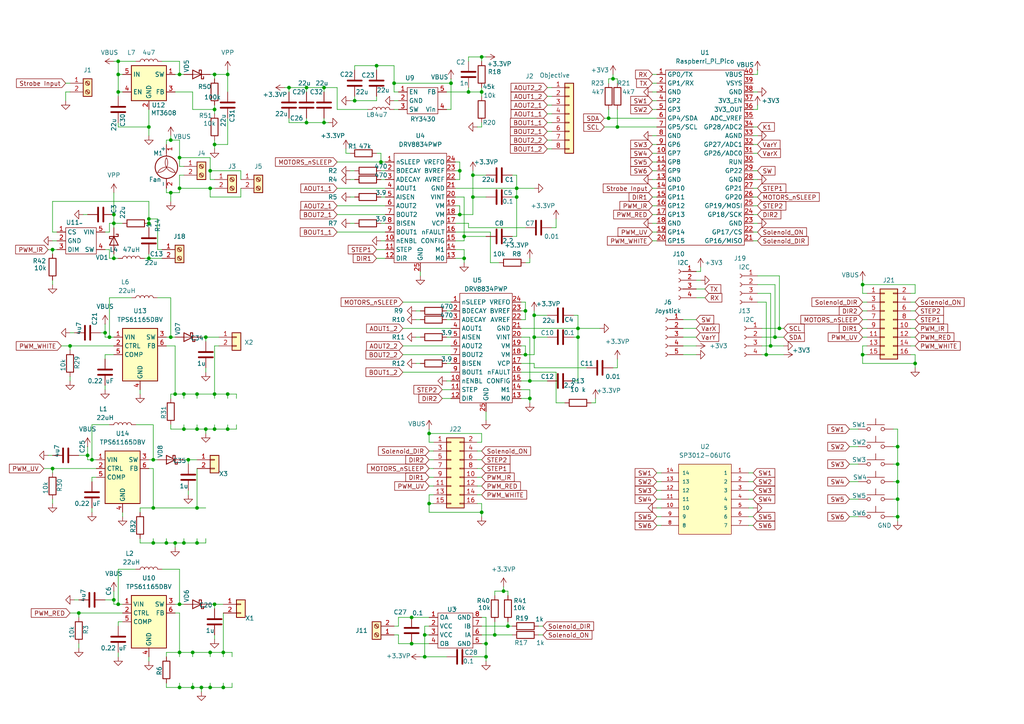
<source format=kicad_sch>
(kicad_sch (version 20231120) (generator "eeschema") (generator_version "8.0")
  (paper "A4")
  (junction (at 30.48 96.52))
  (junction (at 223.52 100.33))
  (junction (at 114.3 24.13))
  (junction (at 43.18 64.77))
  (junction (at 154.94 91.44))
  (junction (at 64.77 189.23))
  (junction (at 43.18 36.83))
  (junction (at 167.64 97.79))
  (junction (at 62.23 124.46))
  (junction (at 33.02 173.99))
  (junction (at 133.35 62.23))
  (junction (at 34.29 21.59))
  (junction (at 124.46 125.73))
  (junction (at 50.8 114.3))
  (junction (at 153.67 110.49))
  (junction (at 52.07 45.72))
  (junction (at 137.16 57.15))
  (junction (at 34.29 17.78))
  (junction (at 52.07 189.23))
  (junction (at 64.77 199.39))
  (junction (at 15.24 72.39))
  (junction (at 57.15 114.3))
  (junction (at 167.64 95.25))
  (junction (at 222.25 102.87))
  (junction (at 53.34 157.48))
  (junction (at 143.51 184.15))
  (junction (at 152.4 90.17))
  (junction (at 139.7 16.51))
  (junction (at 34.29 26.67))
  (junction (at 33.02 62.23))
  (junction (at 57.15 157.48))
  (junction (at 60.96 49.53))
  (junction (at 135.89 26.67))
  (junction (at 52.07 54.61))
  (junction (at 176.53 34.29))
  (junction (at 44.45 157.48))
  (junction (at 52.07 21.59))
  (junction (at 66.04 124.46))
  (junction (at 123.19 190.5))
  (junction (at 177.8 22.86))
  (junction (at 83.82 25.4))
  (junction (at 62.23 21.59))
  (junction (at 123.19 184.15))
  (junction (at 152.4 102.87))
  (junction (at 260.35 144.78))
  (junction (at 154.94 97.79))
  (junction (at 88.9 25.4))
  (junction (at 34.29 175.26))
  (junction (at 260.35 139.7))
  (junction (at 53.34 114.3))
  (junction (at 60.96 189.23))
  (junction (at 49.53 55.88))
  (junction (at 52.07 199.39))
  (junction (at 62.23 114.3))
  (junction (at 137.16 50.8))
  (junction (at 250.19 102.87))
  (junction (at 44.45 133.35))
  (junction (at 140.97 186.69))
  (junction (at 153.67 115.57))
  (junction (at 149.86 57.15))
  (junction (at 260.35 134.62))
  (junction (at 43.18 74.93))
  (junction (at 31.75 97.79))
  (junction (at 260.35 129.54))
  (junction (at 59.69 124.46))
  (junction (at 226.06 95.25))
  (junction (at 66.04 114.3))
  (junction (at 179.07 36.83))
  (junction (at 55.88 199.39))
  (junction (at 133.35 49.53))
  (junction (at 44.45 147.32))
  (junction (at 250.19 82.55))
  (junction (at 50.8 157.48))
  (junction (at 60.96 199.39))
  (junction (at 124.46 146.05))
  (junction (at 119.38 186.69))
  (junction (at 119.38 179.07))
  (junction (at 59.69 97.79))
  (junction (at 265.43 105.41))
  (junction (at 93.98 35.56))
  (junction (at 139.7 26.67))
  (junction (at 33.02 74.93))
  (junction (at 66.04 21.59))
  (junction (at 139.7 148.59))
  (junction (at 146.05 171.45))
  (junction (at 22.86 177.8))
  (junction (at 43.18 63.5))
  (junction (at 130.81 24.13))
  (junction (at 62.23 31.75))
  (junction (at 55.88 189.23))
  (junction (at 20.32 100.33))
  (junction (at 260.35 149.86))
  (junction (at 26.67 133.35))
  (junction (at 93.98 25.4))
  (junction (at 110.49 46.99))
  (junction (at 33.02 64.77))
  (junction (at 60.96 54.61))
  (junction (at 224.79 97.79))
  (junction (at 53.34 124.46))
  (junction (at 140.97 190.5))
  (junction (at 62.23 175.26))
  (junction (at 48.26 157.48))
  (junction (at 134.62 74.93))
  (junction (at 52.07 175.26))
  (junction (at 49.53 40.64))
  (junction (at 147.32 181.61))
  (junction (at 54.61 133.35))
  (junction (at 149.86 54.61))
  (junction (at 109.22 19.05))
  (junction (at 134.62 68.58))
  (junction (at 62.23 41.91))
  (junction (at 58.42 199.39))
  (junction (at 102.87 29.21))
  (junction (at 49.53 97.79))
  (junction (at 25.4 132.08))
  (junction (at 15.24 135.89))
  (junction (at 57.15 147.32))
  (junction (at 57.15 124.46))
  (junction (at 88.9 35.56))
  (wire (pts (xy 88.9 35.56) (xy 93.98 35.56)))
  (wire (pts (xy 151.13 105.41) (xy 154.94 105.41)))
  (wire (pts (xy 60.96 21.59) (xy 62.23 21.59)))
  (wire (pts (xy 115.57 179.07) (xy 119.38 179.07)))
  (wire (pts (xy 102.87 29.21) (xy 109.22 29.21)))
  (wire (pts (xy 52.07 175.26) (xy 50.8 175.26)))
  (wire (pts (xy 201.93 100.33) (xy 198.12 100.33)))
  (wire (pts (xy 146.05 171.45) (xy 143.51 171.45)))
  (wire (pts (xy 133.35 59.69) (xy 133.35 62.23)))
  (wire (pts (xy 48.26 55.88) (xy 49.53 55.88)))
  (wire (pts (xy 132.08 52.07) (xy 133.35 52.07)))
  (wire (pts (xy 264.16 85.09) (xy 265.43 85.09)))
  (wire (pts (xy 62.23 175.26) (xy 62.23 176.53)))
  (wire (pts (xy 59.69 157.48) (xy 59.69 156.21)))
  (wire (pts (xy 134.62 69.85) (xy 132.08 69.85)))
  (wire (pts (xy 154.94 97.79) (xy 158.75 97.79)))
  (wire (pts (xy 60.96 57.15) (xy 60.96 54.61)))
  (wire (pts (xy 88.9 34.29) (xy 88.9 35.56)))
  (wire (pts (xy 54.61 143.51) (xy 54.61 142.24)))
  (wire (pts (xy 46.99 165.1) (xy 52.07 165.1)))
  (wire (pts (xy 57.15 147.32) (xy 59.69 147.32)))
  (wire (pts (xy 139.7 143.51) (xy 138.43 143.51)))
  (wire (pts (xy 15.24 73.66) (xy 15.24 72.39)))
  (wire (pts (xy 265.43 100.33) (xy 264.16 100.33)))
  (wire (pts (xy 139.7 16.51) (xy 139.7 17.78)))
  (wire (pts (xy 219.71 57.15) (xy 218.44 57.15)))
  (wire (pts (xy 137.16 49.53) (xy 137.16 50.8)))
  (wire (pts (xy 31.75 97.79) (xy 33.02 97.79)))
  (wire (pts (xy 33.02 173.99) (xy 33.02 175.26)))
  (wire (pts (xy 30.48 67.31) (xy 31.75 67.31)))
  (wire (pts (xy 115.57 181.61) (xy 115.57 179.07)))
  (wire (pts (xy 101.6 29.21) (xy 102.87 29.21)))
  (wire (pts (xy 31.75 74.93) (xy 33.02 74.93)))
  (wire (pts (xy 52.07 21.59) (xy 53.34 21.59)))
  (wire (pts (xy 102.87 29.21) (xy 102.87 27.94)))
  (wire (pts (xy 120.65 97.79) (xy 121.92 97.79)))
  (wire (pts (xy 265.43 90.17) (xy 264.16 90.17)))
  (wire (pts (xy 143.51 171.45) (xy 143.51 172.72)))
  (wire (pts (xy 167.64 95.25) (xy 173.99 95.25)))
  (wire (pts (xy 24.13 62.23) (xy 25.4 62.23)))
  (wire (pts (xy 119.38 179.07) (xy 124.46 179.07)))
  (wire (pts (xy 132.08 46.99) (xy 133.35 46.99)))
  (wire (pts (xy 66.04 114.3) (xy 66.04 115.57)))
  (wire (pts (xy 179.07 31.75) (xy 179.07 36.83)))
  (wire (pts (xy 158.75 40.64) (xy 160.02 40.64)))
  (wire (pts (xy 64.77 189.23) (xy 64.77 190.5)))
  (wire (pts (xy 62.23 175.26) (xy 64.77 175.26)))
  (wire (pts (xy 62.23 52.07) (xy 60.96 52.07)))
  (wire (pts (xy 203.2 81.28) (xy 201.93 81.28)))
  (wire (pts (xy 34.29 180.34) (xy 35.56 180.34)))
  (wire (pts (xy 25.4 133.35) (xy 26.67 133.35)))
  (wire (pts (xy 110.49 57.15) (xy 111.76 57.15)))
  (wire (pts (xy 151.13 95.25) (xy 167.64 95.25)))
  (wire (pts (xy 219.71 87.63) (xy 222.25 87.63)))
  (wire (pts (xy 35.56 149.86) (xy 35.56 148.59)))
  (wire (pts (xy 151.13 113.03) (xy 153.67 113.03)))
  (wire (pts (xy 140.97 119.38) (xy 140.97 121.92)))
  (wire (pts (xy 132.08 74.93) (xy 134.62 74.93)))
  (wire (pts (xy 250.19 82.55) (xy 265.43 82.55)))
  (wire (pts (xy 66.04 124.46) (xy 68.58 124.46)))
  (wire (pts (xy 250.19 102.87) (xy 250.19 105.41)))
  (wire (pts (xy 62.23 33.02) (xy 62.23 31.75)))
  (wire (pts (xy 124.46 140.97) (xy 125.73 140.97)))
  (wire (pts (xy 223.52 100.33) (xy 220.98 100.33)))
  (wire (pts (xy 132.08 64.77) (xy 135.89 64.77)))
  (wire (pts (xy 57.15 156.21) (xy 57.15 157.48)))
  (wire (pts (xy 158.75 25.4) (xy 160.02 25.4)))
  (wire (pts (xy 189.23 49.53) (xy 190.5 49.53)))
  (wire (pts (xy 149.86 54.61) (xy 154.94 54.61)))
  (wire (pts (xy 49.53 39.37) (xy 49.53 40.64)))
  (wire (pts (xy 69.85 54.61) (xy 69.85 57.15)))
  (wire (pts (xy 154.94 91.44) (xy 158.75 91.44)))
  (wire (pts (xy 110.49 44.45) (xy 110.49 46.99)))
  (wire (pts (xy 171.45 116.84) (xy 172.72 116.84)))
  (wire (pts (xy 138.43 146.05) (xy 139.7 146.05)))
  (wire (pts (xy 48.26 156.21) (xy 48.26 157.48)))
  (wire (pts (xy 129.54 90.17) (xy 130.81 90.17)))
  (wire (pts (xy 60.96 175.26) (xy 62.23 175.26)))
  (wire (pts (xy 20.32 100.33) (xy 33.02 100.33)))
  (wire (pts (xy 88.9 25.4) (xy 88.9 26.67)))
  (wire (pts (xy 218.44 142.24) (xy 217.17 142.24)))
  (wire (pts (xy 189.23 39.37) (xy 190.5 39.37)))
  (wire (pts (xy 246.38 144.78) (xy 248.92 144.78)))
  (wire (pts (xy 93.98 35.56) (xy 95.25 35.56)))
  (wire (pts (xy 69.85 49.53) (xy 60.96 49.53)))
  (wire (pts (xy 189.23 46.99) (xy 190.5 46.99)))
  (wire (pts (xy 62.23 185.42) (xy 62.23 184.15)))
  (wire (pts (xy 139.7 138.43) (xy 138.43 138.43)))
  (wire (pts (xy 60.96 45.72) (xy 52.07 45.72)))
  (wire (pts (xy 19.05 26.67) (xy 19.05 29.21)))
  (wire (pts (xy 139.7 36.83) (xy 139.7 35.56)))
  (wire (pts (xy 129.54 105.41) (xy 130.81 105.41)))
  (wire (pts (xy 49.53 97.79) (xy 48.26 97.79)))
  (wire (pts (xy 137.16 190.5) (xy 140.97 190.5)))
  (wire (pts (xy 250.19 85.09) (xy 250.19 82.55)))
  (wire (pts (xy 83.82 35.56) (xy 88.9 35.56)))
  (wire (pts (xy 265.43 85.09) (xy 265.43 82.55)))
  (wire (pts (xy 62.23 21.59) (xy 62.23 22.86)))
  (wire (pts (xy 54.61 133.35) (xy 57.15 133.35)))
  (wire (pts (xy 151.13 100.33) (xy 152.4 100.33)))
  (wire (pts (xy 110.49 46.99) (xy 111.76 46.99)))
  (wire (pts (xy 52.07 54.61) (xy 60.96 54.61)))
  (wire (pts (xy 190.5 142.24) (xy 191.77 142.24)))
  (wire (pts (xy 219.71 52.07) (xy 218.44 52.07)))
  (wire (pts (xy 154.94 90.17) (xy 154.94 91.44)))
  (wire (pts (xy 222.25 87.63) (xy 222.25 102.87)))
  (wire (pts (xy 190.5 147.32) (xy 191.77 147.32)))
  (wire (pts (xy 223.52 100.33) (xy 227.33 100.33)))
  (wire (pts (xy 149.86 68.58) (xy 149.86 57.15)))
  (wire (pts (xy 44.45 133.35) (xy 43.18 133.35)))
  (wire (pts (xy 139.7 25.4) (xy 139.7 26.67)))
  (wire (pts (xy 260.35 134.62) (xy 260.35 139.7)))
  (wire (pts (xy 116.84 87.63) (xy 130.81 87.63)))
  (wire (pts (xy 137.16 50.8) (xy 137.16 57.15)))
  (wire (pts (xy 43.18 58.42) (xy 43.18 63.5)))
  (wire (pts (xy 46.99 74.93) (xy 43.18 74.93)))
  (wire (pts (xy 149.86 50.8) (xy 149.86 54.61)))
  (wire (pts (xy 52.07 189.23) (xy 52.07 190.5)))
  (wire (pts (xy 60.96 189.23) (xy 64.77 189.23)))
  (wire (pts (xy 49.53 123.19) (xy 49.53 124.46)))
  (wire (pts (xy 45.72 63.5) (xy 43.18 63.5)))
  (wire (pts (xy 154.94 106.68) (xy 154.94 105.41)))
  (wire (pts (xy 139.7 184.15) (xy 143.51 184.15)))
  (wire (pts (xy 40.64 147.32) (xy 44.45 147.32)))
  (wire (pts (xy 15.24 135.89) (xy 27.94 135.89)))
  (wire (pts (xy 175.26 36.83) (xy 179.07 36.83)))
  (wire (pts (xy 66.04 26.67) (xy 66.04 21.59)))
  (wire (pts (xy 40.64 148.59) (xy 40.64 147.32)))
  (wire (pts (xy 176.53 34.29) (xy 175.26 34.29)))
  (wire (pts (xy 116.84 107.95) (xy 130.81 107.95)))
  (wire (pts (xy 198.12 95.25) (xy 201.93 95.25)))
  (wire (pts (xy 158.75 30.48) (xy 160.02 30.48)))
  (wire (pts (xy 120.65 92.71) (xy 121.92 92.71)))
  (wire (pts (xy 142.24 67.31) (xy 142.24 76.2)))
  (wire (pts (xy 46.99 72.39) (xy 45.72 72.39)))
  (wire (pts (xy 219.71 41.91) (xy 218.44 41.91)))
  (wire (pts (xy 52.07 199.39) (xy 55.88 199.39)))
  (wire (pts (xy 102.87 19.05) (xy 109.22 19.05)))
  (wire (pts (xy 15.24 67.31) (xy 16.51 67.31)))
  (wire (pts (xy 219.71 59.69) (xy 218.44 59.69)))
  (wire (pts (xy 53.34 133.35) (xy 54.61 133.35)))
  (wire (pts (xy 100.33 44.45) (xy 101.6 44.45)))
  (wire (pts (xy 135.89 25.4) (xy 135.89 26.67)))
  (wire (pts (xy 20.32 26.67) (xy 19.05 26.67)))
  (wire (pts (xy 45.72 133.35) (xy 44.45 133.35)))
  (wire (pts (xy 152.4 100.33) (xy 152.4 102.87)))
  (wire (pts (xy 44.45 156.21) (xy 44.45 157.48)))
  (wire (pts (xy 139.7 181.61) (xy 147.32 181.61)))
  (wire (pts (xy 57.15 123.19) (xy 57.15 124.46)))
  (wire (pts (xy 69.85 57.15) (xy 60.96 57.15)))
  (wire (pts (xy 219.71 39.37) (xy 218.44 39.37)))
  (wire (pts (xy 132.08 54.61) (xy 149.86 54.61)))
  (wire (pts (xy 34.29 17.78) (xy 34.29 21.59)))
  (wire (pts (xy 157.48 184.15) (xy 156.21 184.15)))
  (wire (pts (xy 30.48 102.87) (xy 33.02 102.87)))
  (wire (pts (xy 203.2 77.47) (xy 203.2 78.74)))
  (wire (pts (xy 21.59 173.99) (xy 22.86 173.99)))
  (wire (pts (xy 147.32 181.61) (xy 148.59 181.61)))
  (wire (pts (xy 246.38 139.7) (xy 248.92 139.7)))
  (wire (pts (xy 142.24 76.2) (xy 144.78 76.2)))
  (wire (pts (xy 124.46 138.43) (xy 125.73 138.43)))
  (wire (pts (xy 20.32 101.6) (xy 20.32 100.33)))
  (wire (pts (xy 189.23 54.61) (xy 190.5 54.61)))
  (wire (pts (xy 177.8 21.59) (xy 177.8 22.86)))
  (wire (pts (xy 20.32 24.13) (xy 19.05 24.13)))
  (wire (pts (xy 179.07 36.83) (xy 190.5 36.83)))
  (wire (pts (xy 34.29 26.67) (xy 34.29 21.59)))
  (wire (pts (xy 260.35 149.86) (xy 260.35 151.13)))
  (wire (pts (xy 114.3 24.13) (xy 130.81 24.13)))
  (wire (pts (xy 44.45 135.89) (xy 44.45 147.32)))
  (wire (pts (xy 134.62 68.58) (xy 140.97 68.58)))
  (wire (pts (xy 151.13 90.17) (xy 152.4 90.17)))
  (wire (pts (xy 114.3 29.21) (xy 115.57 29.21)))
  (wire (pts (xy 57.15 114.3) (xy 57.15 115.57)))
  (wire (pts (xy 33.02 73.66) (xy 33.02 74.93)))
  (wire (pts (xy 101.6 52.07) (xy 102.87 52.07)))
  (wire (pts (xy 218.44 147.32) (xy 217.17 147.32)))
  (wire (pts (xy 38.1 86.36) (xy 31.75 86.36)))
  (wire (pts (xy 139.7 128.27) (xy 139.7 125.73)))
  (wire (pts (xy 60.96 52.07) (xy 60.96 49.53)))
  (wire (pts (xy 130.81 22.86) (xy 130.81 24.13)))
  (wire (pts (xy 93.98 25.4) (xy 93.98 26.67)))
  (wire (pts (xy 59.69 107.95) (xy 59.69 106.68)))
  (wire (pts (xy 57.15 157.48) (xy 59.69 157.48)))
  (wire (pts (xy 114.3 184.15) (xy 115.57 184.15)))
  (wire (pts (xy 189.23 69.85) (xy 190.5 69.85)))
  (wire (pts (xy 161.29 66.04) (xy 160.02 66.04)))
  (wire (pts (xy 49.53 115.57) (xy 49.53 114.3)))
  (wire (pts (xy 110.49 44.45) (xy 109.22 44.45)))
  (wire (pts (xy 265.43 87.63) (xy 264.16 87.63)))
  (wire (pts (xy 172.72 116.84) (xy 172.72 115.57)))
  (wire (pts (xy 64.77 198.12) (xy 64.77 199.39)))
  (wire (pts (xy 63.5 100.33) (xy 62.23 100.33)))
  (wire (pts (xy 219.71 21.59) (xy 218.44 21.59)))
  (wire (pts (xy 198.12 102.87) (xy 201.93 102.87)))
  (wire (pts (xy 43.18 191.77) (xy 43.18 190.5)))
  (wire (pts (xy 189.23 52.07) (xy 190.5 52.07)))
  (wire (pts (xy 167.64 97.79) (xy 167.64 95.25)))
  (wire (pts (xy 148.59 68.58) (xy 149.86 68.58)))
  (wire (pts (xy 43.18 63.5) (xy 43.18 64.77)))
  (wire (pts (xy 149.86 57.15) (xy 149.86 54.61)))
  (wire (pts (xy 219.71 36.83) (xy 218.44 36.83)))
  (wire (pts (xy 204.47 86.36) (xy 201.93 86.36)))
  (wire (pts (xy 97.79 31.75) (xy 97.79 25.4)))
  (wire (pts (xy 30.48 97.79) (xy 31.75 97.79)))
  (wire (pts (xy 46.99 17.78) (xy 52.07 17.78)))
  (wire (pts (xy 26.67 133.35) (xy 27.94 133.35)))
  (wire (pts (xy 151.13 97.79) (xy 153.67 97.79)))
  (wire (pts (xy 48.26 198.12) (xy 48.26 199.39)))
  (wire (pts (xy 179.07 24.13) (xy 179.07 22.86)))
  (wire (pts (xy 120.65 90.17) (xy 121.92 90.17)))
  (wire (pts (xy 68.58 124.46) (xy 68.58 123.19)))
  (wire (pts (xy 260.35 124.46) (xy 260.35 129.54)))
  (wire (pts (xy 50.8 21.59) (xy 52.07 21.59)))
  (wire (pts (xy 152.4 102.87) (xy 154.94 102.87)))
  (wire (pts (xy 58.42 97.79) (xy 59.69 97.79)))
  (wire (pts (xy 135.89 17.78) (xy 135.89 16.51)))
  (wire (pts (xy 52.07 165.1) (xy 52.07 175.26)))
  (wire (pts (xy 22.86 186.69) (xy 22.86 187.96)))
  (wire (pts (xy 100.33 43.18) (xy 100.33 44.45)))
  (wire (pts (xy 177.8 22.86) (xy 176.53 22.86)))
  (wire (pts (xy 201.93 97.79) (xy 198.12 97.79)))
  (wire (pts (xy 33.02 55.88) (xy 33.02 62.23)))
  (wire (pts (xy 265.43 105.41) (xy 265.43 106.68)))
  (wire (pts (xy 158.75 35.56) (xy 160.02 35.56)))
  (wire (pts (xy 22.86 179.07) (xy 22.86 177.8)))
  (wire (pts (xy 222.25 102.87) (xy 220.98 102.87)))
  (wire (pts (xy 48.26 199.39) (xy 52.07 199.39)))
  (wire (pts (xy 83.82 26.67) (xy 83.82 25.4)))
  (wire (pts (xy 204.47 83.82) (xy 201.93 83.82)))
  (wire (pts (xy 222.25 102.87) (xy 227.33 102.87)))
  (wire (pts (xy 25.4 129.54) (xy 25.4 132.08)))
  (wire (pts (xy 134.62 72.39) (xy 134.62 74.93)))
  (wire (pts (xy 62.23 123.19) (xy 62.23 124.46)))
  (wire (pts (xy 110.49 64.77) (xy 111.76 64.77)))
  (wire (pts (xy 13.97 72.39) (xy 15.24 72.39)))
  (wire (pts (xy 153.67 76.2) (xy 152.4 76.2)))
  (wire (pts (xy 190.5 34.29) (xy 176.53 34.29)))
  (wire (pts (xy 219.71 69.85) (xy 218.44 69.85)))
  (wire (pts (xy 59.69 97.79) (xy 59.69 99.06)))
  (wire (pts (xy 48.26 100.33) (xy 50.8 100.33)))
  (wire (pts (xy 158.75 38.1) (xy 160.02 38.1)))
  (wire (pts (xy 151.13 92.71) (xy 152.4 92.71)))
  (wire (pts (xy 135.89 66.04) (xy 152.4 66.04)))
  (wire (pts (xy 22.86 132.08) (xy 25.4 132.08)))
  (wire (pts (xy 133.35 62.23) (xy 132.08 62.23)))
  (wire (pts (xy 53.34 123.19) (xy 53.34 124.46)))
  (wire (pts (xy 33.02 62.23) (xy 33.02 64.77)))
  (wire (pts (xy 179.07 104.14) (xy 179.07 106.68)))
  (wire (pts (xy 43.18 64.77) (xy 43.18 66.04)))
  (wire (pts (xy 82.55 25.4) (xy 83.82 25.4)))
  (wire (pts (xy 55.88 189.23) (xy 55.88 190.5)))
  (wire (pts (xy 250.19 100.33) (xy 250.19 102.87)))
  (wire (pts (xy 53.34 50.8) (xy 52.07 50.8)))
  (wire (pts (xy 153.67 116.84) (xy 153.67 115.57)))
  (wire (pts (xy 30.48 72.39) (xy 31.75 72.39)))
  (wire (pts (xy 124.46 148.59) (xy 139.7 148.59)))
  (wire (pts (xy 219.71 31.75) (xy 219.71 30.48)))
  (wire (pts (xy 246.38 134.62) (xy 248.92 134.62)))
  (wire (pts (xy 34.29 74.93) (xy 33.02 74.93)))
  (wire (pts (xy 124.46 133.35) (xy 125.73 133.35)))
  (wire (pts (xy 133.35 46.99) (xy 133.35 49.53)))
  (wire (pts (xy 260.35 129.54) (xy 260.35 134.62)))
  (wire (pts (xy 124.46 181.61) (xy 123.19 181.61)))
  (wire (pts (xy 93.98 25.4) (xy 97.79 25.4)))
  (wire (pts (xy 128.27 113.03) (xy 130.81 113.03)))
  (wire (pts (xy 58.42 199.39) (xy 60.96 199.39)))
  (wire (pts (xy 246.38 129.54) (xy 248.92 129.54)))
  (wire (pts (xy 116.84 100.33) (xy 130.81 100.33)))
  (wire (pts (xy 62.23 43.18) (xy 62.23 41.91)))
  (wire (pts (xy 60.96 198.12) (xy 60.96 199.39)))
  (wire (pts (xy 135.89 26.67) (xy 139.7 26.67)))
  (wire (pts (xy 40.64 157.48) (xy 44.45 157.48)))
  (wire (pts (xy 139.7 179.07) (xy 140.97 179.07)))
  (wire (pts (xy 12.7 135.89) (xy 15.24 135.89)))
  (wire (pts (xy 147.32 171.45) (xy 147.32 172.72)))
  (wire (pts (xy 190.5 144.78) (xy 191.77 144.78)))
  (wire (pts (xy 203.2 78.74) (xy 201.93 78.74)))
  (wire (pts (xy 64.77 177.8) (xy 64.77 189.23)))
  (wire (pts (xy 189.23 62.23) (xy 190.5 62.23)))
  (wire (pts (xy 219.71 80.01) (xy 226.06 80.01)))
  (wire (pts (xy 129.54 110.49) (xy 130.81 110.49)))
  (wire (pts (xy 57.15 124.46) (xy 59.69 124.46)))
  (wire (pts (xy 259.08 134.62) (xy 260.35 134.62)))
  (wire (pts (xy 60.96 199.39) (xy 64.77 199.39)))
  (wire (pts (xy 132.08 57.15) (xy 134.62 57.15)))
  (wire (pts (xy 264.16 102.87) (xy 265.43 102.87)))
  (wire (pts (xy 219.71 20.32) (xy 219.71 21.59)))
  (wire (pts (xy 265.43 95.25) (xy 264.16 95.25)))
  (wire (pts (xy 49.53 124.46) (xy 53.34 124.46)))
  (wire (pts (xy 259.08 149.86) (xy 260.35 149.86)))
  (wire (pts (xy 250.19 97.79) (xy 251.46 97.79)))
  (wire (pts (xy 143.51 180.34) (xy 143.51 184.15)))
  (wire (pts (xy 52.07 54.61) (xy 52.07 50.8)))
  (wire (pts (xy 139.7 148.59) (xy 139.7 149.86)))
  (wire (pts (xy 26.67 123.19) (xy 26.67 133.35)))
  (wire (pts (xy 31.75 72.39) (xy 31.75 74.93)))
  (wire (pts (xy 30.48 173.99) (xy 33.02 173.99)))
  (wire (pts (xy 15.24 72.39) (xy 16.51 72.39)))
  (wire (pts (xy 166.37 91.44) (xy 167.64 91.44)))
  (wire (pts (xy 110.49 52.07) (xy 111.76 52.07)))
  (wire (pts (xy 31.75 64.77) (xy 33.02 64.77)))
  (wire (pts (xy 52.07 189.23) (xy 55.88 189.23)))
  (wire (pts (xy 34.29 17.78) (xy 39.37 17.78)))
  (wire (pts (xy 57.15 114.3) (xy 62.23 114.3)))
  (wire (pts (xy 114.3 24.13) (xy 114.3 19.05)))
  (wire (pts (xy 62.23 114.3) (xy 62.23 115.57)))
  (wire (pts (xy 219.71 26.67) (xy 218.44 26.67)))
  (wire (pts (xy 43.18 31.75) (xy 43.18 36.83)))
  (wire (pts (xy 49.53 114.3) (xy 50.8 114.3)))
  (wire (pts (xy 224.79 82.55) (xy 224.79 97.79)))
  (wire (pts (xy 226.06 80.01) (xy 226.06 95.25)))
  (wire (pts (xy 137.16 62.23) (xy 133.35 62.23)))
  (wire (pts (xy 218.44 137.16) (xy 217.17 137.16)))
  (wire (pts (xy 15.24 137.16) (xy 15.24 135.89)))
  (wire (pts (xy 124.46 135.89) (xy 125.73 135.89)))
  (wire (pts (xy 62.23 100.33) (xy 62.23 114.3)))
  (wire (pts (xy 250.19 95.25) (xy 251.46 95.25)))
  (wire (pts (xy 34.29 36.83) (xy 43.18 36.83)))
  (wire (pts (xy 153.67 74.93) (xy 153.67 76.2)))
  (wire (pts (xy 53.34 156.21) (xy 53.34 157.48)))
  (wire (pts (xy 109.22 29.21) (xy 109.22 27.94)))
  (wire (pts (xy 189.23 59.69) (xy 190.5 59.69)))
  (wire (pts (xy 219.71 85.09) (xy 223.52 85.09)))
  (wire (pts (xy 189.23 64.77) (xy 190.5 64.77)))
  (wire (pts (xy 33.02 175.26) (xy 34.29 175.26)))
  (wire (pts (xy 129.54 97.79) (xy 130.81 97.79)))
  (wire (pts (xy 50.8 158.75) (xy 50.8 157.48)))
  (wire (pts (xy 50.8 114.3) (xy 53.34 114.3)))
  (wire (pts (xy 31.75 86.36) (xy 31.75 97.79)))
  (wire (pts (xy 189.23 31.75) (xy 190.5 31.75)))
  (wire (pts (xy 143.51 184.15) (xy 148.59 184.15)))
  (wire (pts (xy 49.53 86.36) (xy 49.53 97.79)))
  (wire (pts (xy 133.35 49.53) (xy 133.35 52.07)))
  (wire (pts (xy 50.8 26.67) (xy 55.88 26.67)))
  (wire (pts (xy 83.82 25.4) (xy 88.9 25.4)))
  (wire (pts (xy 219.71 82.55) (xy 224.79 82.55)))
  (wire (pts (xy 220.98 95.25) (xy 226.06 95.25)))
  (wire (pts (xy 101.6 57.15) (xy 102.87 57.15)))
  (wire (pts (xy 139.7 135.89) (xy 138.43 135.89)))
  (wire (pts (xy 123.19 190.5) (xy 129.54 190.5)))
  (wire (pts (xy 176.53 22.86) (xy 176.53 24.13)))
  (wire (pts (xy 66.04 41.91) (xy 62.23 41.91)))
  (wire (pts (xy 50.8 100.33) (xy 50.8 114.3)))
  (wire (pts (xy 189.23 57.15) (xy 190.5 57.15)))
  (wire (pts (xy 166.37 97.79) (xy 167.64 97.79)))
  (wire (pts (xy 161.29 63.5) (xy 161.29 66.04)))
  (wire (pts (xy 52.07 45.72) (xy 52.07 48.26)))
  (wire (pts (xy 189.23 41.91) (xy 190.5 41.91)))
  (wire (pts (xy 106.68 31.75) (xy 97.79 31.75)))
  (wire (pts (xy 44.45 123.19) (xy 44.45 133.35)))
  (wire (pts (xy 97.79 59.69) (xy 111.76 59.69)))
  (wire (pts (xy 154.94 106.68) (xy 170.18 106.68)))
  (wire (pts (xy 57.15 135.89) (xy 57.15 147.32)))
  (wire (pts (xy 134.62 76.2) (xy 134.62 74.93)))
  (wire (pts (xy 124.46 128.27) (xy 124.46 125.73)))
  (wire (pts (xy 132.08 59.69) (xy 133.35 59.69)))
  (wire (pts (xy 34.29 35.56) (xy 34.29 36.83)))
  (wire (pts (xy 250.19 81.28) (xy 250.19 82.55)))
  (wire (pts (xy 93.98 35.56) (xy 93.98 34.29)))
  (wire (pts (xy 152.4 87.63) (xy 152.4 90.17)))
  (wire (pts (xy 26.67 148.59) (xy 26.67 147.32)))
  (wire (pts (xy 53.34 124.46) (xy 57.15 124.46)))
  (wire (pts (xy 153.67 110.49) (xy 158.75 110.49)))
  (wire (pts (xy 123.19 184.15) (xy 123.19 190.5)))
  (wire (pts (xy 167.64 110.49) (xy 167.64 97.79)))
  (wire (pts (xy 59.69 124.46) (xy 62.23 124.46)))
  (wire (pts (xy 114.3 31.75) (xy 115.57 31.75)))
  (wire (pts (xy 226.06 95.25) (xy 227.33 95.25)))
  (wire (pts (xy 97.79 62.23) (xy 111.76 62.23)))
  (wire (pts (xy 189.23 67.31) (xy 190.5 67.31)))
  (wire (pts (xy 48.26 189.23) (xy 52.07 189.23)))
  (wire (pts (xy 148.59 57.15) (xy 149.86 57.15)))
  (wire (pts (xy 97.79 67.31) (xy 111.76 67.31)))
  (wire (pts (xy 59.69 97.79) (xy 63.5 97.79)))
  (wire (pts (xy 101.6 64.77) (xy 102.87 64.77)))
  (wire (pts (xy 43.18 74.93) (xy 41.91 74.93)))
  (wire (pts (xy 49.53 55.88) (xy 52.07 55.88)))
  (wire (pts (xy 39.37 123.19) (xy 44.45 123.19)))
  (wire (pts (xy 116.84 102.87) (xy 130.81 102.87)))
  (wire (pts (xy 154.94 91.44) (xy 154.94 97.79)))
  (wire (pts (xy 49.53 40.64) (xy 52.07 40.64)))
  (wire (pts (xy 139.7 140.97) (xy 138.43 140.97)))
  (wire (pts (xy 151.13 87.63) (xy 152.4 87.63)))
  (wire (pts (xy 20.32 177.8) (xy 22.86 177.8)))
  (wire (pts (xy 60.96 54.61) (xy 62.23 54.61)))
  (wire (pts (xy 13.97 132.08) (xy 15.24 132.08)))
  (wire (pts (xy 224.79 97.79) (xy 227.33 97.79)))
  (wire (pts (xy 248.92 149.86) (xy 246.38 149.86)))
  (wire (pts (xy 17.78 100.33) (xy 20.32 100.33)))
  (wire (pts (xy 62.23 30.48) (xy 62.23 31.75)))
  (wire (pts (xy 135.89 16.51) (xy 139.7 16.51)))
  (wire (pts (xy 30.48 104.14) (xy 30.48 102.87)))
  (wire (pts (xy 137.16 50.8) (xy 140.97 50.8)))
  (wire (pts (xy 15.24 58.42) (xy 43.18 58.42)))
  (wire (pts (xy 139.7 133.35) (xy 138.43 133.35)))
  (wire (pts (xy 139.7 186.69) (xy 140.97 186.69)))
  (wire (pts (xy 88.9 25.4) (xy 93.98 25.4)))
  (wire (pts (xy 146.05 171.45) (xy 146.05 170.18)))
  (wire (pts (xy 66.04 114.3) (xy 68.58 114.3)))
  (wire (pts (xy 115.57 26.67) (xy 114.3 26.67)))
  (wire (pts (xy 119.38 186.69) (xy 124.46 186.69)))
  (wire (pts (xy 59.69 125.73) (xy 59.69 124.46)))
  (wire (pts (xy 123.19 181.61) (xy 123.19 184.15)))
  (wire (pts (xy 114.3 26.67) (xy 114.3 24.13)))
  (wire (pts (xy 260.35 139.7) (xy 260.35 144.78)))
  (wire (pts (xy 50.8 177.8) (xy 52.07 177.8)))
  (wire (pts (xy 259.08 129.54) (xy 260.35 129.54)))
  (wire (pts (xy 60.96 49.53) (xy 60.96 45.72)))
  (wire (pts (xy 129.54 26.67) (xy 135.89 26.67)))
  (wire (pts (xy 66.04 34.29) (xy 66.04 41.91)))
  (wire (pts (xy 147.32 180.34) (xy 147.32 181.61)))
  (wire (pts (xy 110.49 49.53) (xy 111.76 49.53)))
  (wire (pts (xy 33.02 64.77) (xy 33.02 66.04)))
  (wire (pts (xy 124.46 125.73) (xy 139.7 125.73)))
  (wire (pts (xy 153.67 97.79) (xy 153.67 110.49)))
  (wire (pts (xy 218.44 139.7) (xy 217.17 139.7)))
  (wire (pts (xy 34.29 181.61) (xy 34.29 180.34)))
  (wire (pts (xy 69.85 52.07) (xy 69.85 49.53)))
  (wire (pts (xy 31.75 67.31) (xy 31.75 64.77)))
  (wire (pts (xy 260.35 144.78) (xy 260.35 149.86)))
  (wire (pts (xy 34.29 27.94) (xy 34.29 26.67)))
  (wire (pts (xy 223.52 85.09) (xy 223.52 100.33)))
  (wire (pts (xy 219.71 62.23) (xy 218.44 62.23)))
  (wire (pts (xy 265.43 102.87) (xy 265.43 105.41)))
  (wire (pts (xy 43.18 73.66) (xy 43.18 74.93)))
  (wire (pts (xy 62.23 124.46) (xy 66.04 124.46)))
  (wire (pts (xy 20.32 96.52) (xy 21.59 96.52)))
  (wire (pts (xy 124.46 143.51) (xy 124.46 146.05)))
  (wire (pts (xy 31.75 123.19) (xy 26.67 123.19)))
  (wire (pts (xy 66.04 123.19) (xy 66.04 124.46)))
  (wire (pts (xy 151.13 110.49) (xy 153.67 110.49)))
  (wire (pts (xy 219.71 49.53) (xy 218.44 49.53)))
  (wire (pts (xy 55.88 198.12) (xy 55.88 199.39)))
  (wire (pts (xy 218.44 149.86) (xy 217.17 149.86)))
  (wire (pts (xy 250.19 85.09) (xy 251.46 85.09)))
  (wire (pts (xy 54.61 133.35) (xy 54.61 134.62)))
  (wire (pts (xy 153.67 113.03) (xy 153.67 115.57)))
  (wire (pts (xy 139.7 146.05) (xy 139.7 148.59)))
  (wire (pts (xy 265.43 92.71) (xy 264.16 92.71)))
  (wire (pts (xy 53.34 175.26) (xy 52.07 175.26)))
  (wire (pts (xy 218.44 144.78) (xy 217.17 144.78)))
  (wire (pts (xy 26.67 138.43) (xy 27.94 138.43)))
  (wire (pts (xy 48.26 54.61) (xy 48.26 55.88)))
  (wire (pts (xy 52.07 17.78) (xy 52.07 21.59)))
  (wire (pts (xy 124.46 124.46) (xy 124.46 125.73)))
  (wire (pts (xy 48.26 40.64) (xy 49.53 40.64)))
  (wire (pts (xy 109.22 19.05) (xy 114.3 19.05)))
  (wire (pts (xy 115.57 186.69) (xy 119.38 186.69)))
  (wire (pts (xy 218.44 54.61) (xy 219.71 54.61)))
  (wire (pts (xy 26.67 139.7) (xy 26.67 138.43)))
  (wire (pts (xy 218.44 31.75) (xy 219.71 31.75)))
  (wire (pts (xy 35.56 26.67) (xy 34.29 26.67)))
  (wire (pts (xy 190.5 152.4) (xy 191.77 152.4)))
  (wire (pts (xy 33.02 64.77) (xy 35.56 64.77)))
  (wire (pts (xy 55.88 199.39) (xy 58.42 199.39)))
  (wire (pts (xy 58.42 200.66) (xy 58.42 199.39)))
  (wire (pts (xy 48.26 41.91) (xy 48.26 40.64)))
  (wire (pts (xy 40.64 156.21) (xy 40.64 157.48)))
  (wire (pts (xy 52.07 198.12) (xy 52.07 199.39)))
  (wire (pts (xy 97.79 54.61) (xy 111.76 54.61)))
  (wire (pts (xy 129.54 92.71) (xy 130.81 92.71)))
  (wire (pts (xy 140.97 179.07) (xy 140.97 186.69)))
  (wire (pts (xy 30.48 96.52) (xy 30.48 97.79)))
  (wire (pts (xy 43.18 135.89) (xy 44.45 135.89)))
  (wire (pts (xy 140.97 190.5) (xy 140.97 191.77)))
  (wire (pts (xy 110.49 69.85) (xy 111.76 69.85)))
  (wire (pts (xy 43.18 36.83) (xy 43.18 39.37)))
  (wire (pts (xy 151.13 102.87) (xy 152.4 102.87)))
  (wire (pts (xy 219.71 64.77) (xy 218.44 64.77)))
  (wire (pts (xy 109.22 19.05) (xy 109.22 20.32)))
  (wire (pts (xy 44.45 157.48) (xy 48.26 157.48)))
  (wire (pts (xy 189.23 24.13) (xy 190.5 24.13)))
  (wire (pts (xy 151.13 107.95) (xy 161.29 107.95)))
  (wire (pts (xy 40.64 114.3) (xy 40.64 113.03)))
  (wire (pts (xy 218.44 67.31) (xy 219.71 67.31)))
  (wire (pts (xy 30.48 113.03) (xy 30.48 111.76)))
  (wire (pts (xy 53.34 48.26) (xy 52.07 48.26)))
  (wire (pts (xy 52.07 177.8) (xy 52.07 189.23)))
  (wire (pts (xy 130.81 31.75) (xy 129.54 31.75)))
  (wire (pts (xy 55.88 31.75) (xy 62.23 31.75)))
  (wire (pts (xy 124.46 146.05) (xy 124.46 148.59)))
  (wire (pts (xy 250.19 87.63) (xy 251.46 87.63)))
  (wire (pts (xy 60.96 189.23) (xy 60.96 190.5)))
  (wire (pts (xy 139.7 16.51) (xy 140.97 16.51)))
  (wire (pts (xy 124.46 128.27) (xy 125.73 128.27)))
  (wire (pts (xy 189.23 26.67) (xy 190.5 26.67)))
  (wire (pts (xy 250.19 102.87) (xy 251.46 102.87)))
  (wire (pts (xy 34.29 175.26) (xy 35.56 175.26)))
  (wire (pts (xy 151.13 115.57) (xy 153.67 115.57)))
  (wire (pts (xy 30.48 93.98) (xy 30.48 96.52)))
  (wire (pts (xy 116.84 95.25) (xy 130.81 95.25)))
  (wire (pts (xy 114.3 181.61) (xy 115.57 181.61)))
  (wire (pts (xy 48.26 157.48) (xy 50.8 157.48)))
  (wire (pts (xy 189.23 21.59) (xy 190.5 21.59)))
  (wire (pts (xy 189.23 44.45) (xy 190.5 44.45)))
  (wire (pts (xy 15.24 69.85) (xy 16.51 69.85)))
  (wire (pts (xy 137.16 57.15) (xy 140.97 57.15)))
  (wire (pts (xy 115.57 184.15) (xy 115.57 186.69)))
  (wire (pts (xy 130.81 24.13) (xy 130.81 31.75)))
  (wire (pts (xy 190.5 149.86) (xy 191.77 149.86)))
  (wire (pts (xy 67.31 189.23) (xy 67.31 190.5)))
  (wire (pts (xy 20.32 109.22) (xy 20.32 110.49)))
  (wire (pts (xy 52.07 55.88) (xy 52.07 54.61)))
  (wire (pts (xy 146.05 171.45) (xy 147.32 171.45)))
  (wire (pts (xy 189.23 29.21) (xy 190.5 29.21)))
  (wire (pts (xy 33.02 171.45) (xy 33.02 173.99)))
  (wire (pts (xy 22.86 177.8) (xy 35.56 177.8)))
  (wire (pts (xy 220.98 97.79) (xy 224.79 97.79)))
  (wire (pts (xy 25.4 132.08) (xy 25.4 133.35)))
  (wire (pts (xy 52.07 40.64) (xy 52.07 45.72)))
  (wire (pts (xy 101.6 49.53) (xy 102.87 49.53)))
  (wire (pts (xy 157.48 181.61) (xy 156.21 181.61)))
  (wire (pts (xy 34.29 190.5) (xy 34.29 189.23)))
  (wire (pts (xy 167.64 91.44) (xy 167.64 95.25)))
  (wire (pts (xy 53.34 114.3) (xy 53.34 115.57)))
  (wire (pts (xy 128.27 115.57) (xy 130.81 115.57)))
  (wire (pts (xy 132.08 72.39) (xy 134.62 72.39)))
  (wire (pts (xy 97.79 46.99) (xy 110.49 46.99)))
  (wire (pts (xy 154.94 102.87) (xy 154.94 97.79)))
  (wire (pts (xy 45.72 86.36) (xy 49.53 86.36)))
  (wire (pts (xy 179.07 106.68) (xy 177.8 106.68)))
  (wire (pts (xy 190.5 137.16) (xy 191.77 137.16)))
  (wire (pts (xy 83.82 34.29) (xy 83.82 35.56)))
  (wire (pts (xy 134.62 57.15) (xy 134.62 68.58)))
  (wire (pts (xy 139.7 130.81) (xy 138.43 130.81)))
  (wire (pts (xy 198.12 92.71) (xy 201.93 92.71)))
  (wire (pts (xy 250.19 90.17) (xy 251.46 90.17)))
  (wire (pts (xy 15.24 144.78) (xy 15.24 146.05)))
  (wire (pts (xy 259.08 144.78) (xy 260.35 144.78)))
  (wire (pts (xy 218.44 152.4) (xy 217.17 152.4)))
  (wire (pts (xy 67.31 199.39) (xy 67.31 198.12)))
  (wire (pts (xy 158.75 27.94) (xy 160.02 27.94)))
  (wire (pts (xy 246.38 124.46) (xy 248.92 124.46)))
  (wire (pts (xy 124.46 130.81) (xy 125.73 130.81)))
  (wire (pts (xy 62.23 114.3) (xy 66.04 114.3)))
  (wire (pts (xy 55.88 189.23) (xy 60.96 189.23)))
  (wire (pts (xy 102.87 20.32) (xy 102.87 19.05)))
  (wire (pts (xy 139.7 26.67) (xy 139.7 27.94)))
  (wire (pts (xy 250.19 92.71) (xy 251.46 92.71)))
  (wire (pts (xy 135.89 66.04) (xy 135.89 64.77)))
  (wire (pts (xy 161.29 116.84) (xy 163.83 116.84)))
  (wire (pts (xy 34.29 165.1) (xy 34.29 175.26)))
  (wire (pts (xy 259.08 139.7) (xy 260.35 139.7)))
  (wire (pts (xy 140.97 186.69) (xy 140.97 190.5)))
  (wire (pts (xy 64.77 199.39) (xy 67.31 199.39)))
  (wire (pts (xy 44.45 147.32) (xy 57.15 147.32)))
  (wire (pts (xy 259.08 124.46) (xy 260.35 124.46)))
  (wire (pts (xy 68.58 114.3) (xy 68.58 115.57)))
  (wire (pts (xy 109.22 74.93) (xy 111.76 74.93)))
  (wire (pts (xy 132.08 67.31) (xy 142.24 67.31)))
  (wire (pts (xy 152.4 90.17) (xy 152.4 92.71)))
  (wire (pts (xy 109.22 72.39) (xy 111.76 72.39)))
  (wire (pts (xy 124.46 143.51) (xy 125.73 143.51)))
  (wire (pts (xy 176.53 31.75) (xy 176.53 34.29)))
  (wire (pts (xy 66.04 20.32) (xy 66.04 21.59)))
  (wire (pts (xy 48.26 190.5) (xy 48.26 189.23)))
  (wire (pts (xy 166.37 110.49) (xy 167.64 110.49)))
  (wire (pts (xy 64.77 189.23) (xy 67.31 189.23)))
  (wire (pts (xy 121.92 78.74) (xy 121.92 80.01)))
  (wire (pts (xy 29.21 96.52) (xy 30.48 96.52)))
  (wire (pts (xy 158.75 33.02) (xy 160.02 33.02)))
  (wire (pts (xy 53.34 157.48) (xy 57.15 157.48)))
  (wire (pts (xy 138.43 128.27) (xy 139.7 128.27)))
  (wire (pts (xy 134.62 68.58) (xy 134.62 69.85)))
  (wire (pts (xy 148.59 50.8) (xy 149.86 50.8)))
  (wire (pts (xy 137.16 57.15) (xy 137.16 62.23)))
  (wire (pts (xy 120.65 105.41) (xy 121.92 105.41)))
  (wire (pts (xy 39.37 165.1) (xy 34.29 165.1)))
  (wire (pts (xy 161.29 107.95) (xy 161.29 116.84)))
  (wire (pts (xy 34.29 21.59) (xy 35.56 21.59)))
  (wire (pts (xy 219.71 44.45) (xy 218.44 44.45)))
  (wire (pts (xy 190.5 139.7) (xy 191.77 139.7)))
  (wire (pts (xy 53.34 114.3) (xy 57.15 114.3)))
  (wire (pts (xy 55.88 26.67) (xy 55.88 31.75)))
  (wire (pts (xy 50.8 157.48) (xy 53.34 157.48)))
  (wire (pts (xy 45.72 72.39) (xy 45.72 63.5)))
  (wire (pts (xy 250.19 100.33) (xy 251.46 100.33)))
  (wire (pts (xy 179.07 22.86) (xy 177.8 22.86)))
  (wire (pts (xy 123.19 184.15) (xy 124.46 184.15)))
  (wire (pts (xy 124.46 146.05) (xy 125.73 146.05)))
  (wire (pts (xy 138.43 36.83) (xy 139.7 36.83)))
  (wire (pts (xy 158.75 43.18) (xy 160.02 43.18)))
  (wire (pts (xy 50.8 97.79) (xy 49.53 97.79)))
  (wire (pts (xy 33.02 17.78) (xy 34.29 17.78)))
  (wire (pts (xy 66.04 21.59) (xy 62.23 21.59)))
  (wire (pts (xy 15.24 82.55) (xy 15.24 81.28)))
  (wire (pts (xy 62.23 41.91) (xy 62.23 40.64)))
  (wire (pts (xy 265.43 97.79) (xy 264.16 97.79)))
  (wire (pts (xy 121.92 190.5) (xy 123.19 190.5)))
  (wire (pts (xy 49.53 55.88) (xy 49.53 58.42)))
  (wire (pts (xy 15.24 58.42) (xy 15.24 67.31)))
  (wire (pts (xy 250.19 105.41) (xy 265.43 105.41)))
  (wire (pts (xy 132.08 49.53) (xy 133.35 49.53)))
  (global_label "Strobe Input" (shape input) (at 19.05 24.13 180) (property "Intersheetrefs" "${INTERSHEET_REFS}" (effects (hide yes))))
  (global_label "MOTORS_nSLEEP" (shape input) (at 219.71 57.15 0) (property "Intersheetrefs" "${INTERSHEET_REFS}" (effects (hide yes))))
  (global_label "PWM_WHITE" (shape input) (at 17.78 100.33 180) (property "Intersheetrefs" "${INTERSHEET_REFS}" (effects (hide yes))))
  (global_label "PWM_WHITE" (shape input) (at 265.43 100.33 0) (property "Intersheetrefs" "${INTERSHEET_REFS}" (effects (hide yes))))
  (global_label "SW3" (shape input) (at 190.5 142.24 180) (property "Intersheetrefs" "${INTERSHEET_REFS}" (effects (hide yes))))
  (global_label "AOUT2_2" (shape input) (at 158.75 25.4 180) (property "Intersheetrefs" "${INTERSHEET_REFS}" (effects (hide yes))))
  (global_label "MOTORS_nSLEEP" (shape input) (at 250.19 92.71 180) (property "Intersheetrefs" "${INTERSHEET_REFS}" (effects (hide yes))))
  (global_label "BOUT2_1" (shape input) (at 158.75 38.1 180) (property "Intersheetrefs" "${INTERSHEET_REFS}" (effects (hide yes))))
  (global_label "SDA" (shape input) (at 227.33 97.79 0) (property "Intersheetrefs" "${INTERSHEET_REFS}" (effects (hide yes))))
  (global_label "DIR1" (shape input) (at 250.19 95.25 180) (property "Intersheetrefs" "${INTERSHEET_REFS}" (effects (hide yes))))
  (global_label "BOUT1_1" (shape input) (at 97.79 67.31 180) (property "Intersheetrefs" "${INTERSHEET_REFS}" (effects (hide yes))))
  (global_label "SDA" (shape input) (at 175.26 34.29 180) (property "Intersheetrefs" "${INTERSHEET_REFS}" (effects (hide yes))))
  (global_label "Solenoid_DIR" (shape input) (at 157.48 181.61 0) (property "Intersheetrefs" "${INTERSHEET_REFS}" (effects (hide yes))))
  (global_label "BOUT2_1" (shape input) (at 97.79 62.23 180) (property "Intersheetrefs" "${INTERSHEET_REFS}" (effects (hide yes))))
  (global_label "PWM_IR" (shape input) (at 13.97 72.39 180) (property "Intersheetrefs" "${INTERSHEET_REFS}" (effects (hide yes))))
  (global_label "Solenoid_ON" (shape input) (at 139.7 130.81 0) (property "Intersheetrefs" "${INTERSHEET_REFS}" (effects (hide yes))))
  (global_label "SW4" (shape input) (at 246.38 139.7 180) (property "Intersheetrefs" "${INTERSHEET_REFS}" (effects (hide yes))))
  (global_label "AOUT2_1" (shape input) (at 97.79 59.69 180) (property "Intersheetrefs" "${INTERSHEET_REFS}" (effects (hide yes))))
  (global_label "AOUT1_1" (shape input) (at 158.75 33.02 180) (property "Intersheetrefs" "${INTERSHEET_REFS}" (effects (hide yes))))
  (global_label "PWM_WHITE" (shape input) (at 189.23 69.85 180) (property "Intersheetrefs" "${INTERSHEET_REFS}" (effects (hide yes))))
  (global_label "VarY" (shape input) (at 201.93 97.79 0) (property "Intersheetrefs" "${INTERSHEET_REFS}" (effects (hide yes))))
  (global_label "STEP1" (shape input) (at 265.43 92.71 0) (property "Intersheetrefs" "${INTERSHEET_REFS}" (effects (hide yes))))
  (global_label "SW6" (shape input) (at 246.38 149.86 180) (property "Intersheetrefs" "${INTERSHEET_REFS}" (effects (hide yes))))
  (global_label "SW6" (shape input) (at 218.44 152.4 0) (property "Intersheetrefs" "${INTERSHEET_REFS}" (effects (hide yes))))
  (global_label "SW4" (shape input) (at 218.44 144.78 0) (property "Intersheetrefs" "${INTERSHEET_REFS}" (effects (hide yes))))
  (global_label "VarY" (shape input) (at 219.71 41.91 0) (property "Intersheetrefs" "${INTERSHEET_REFS}" (effects (hide yes))))
  (global_label "SW5" (shape input) (at 189.23 46.99 180) (property "Intersheetrefs" "${INTERSHEET_REFS}" (effects (hide yes))))
  (global_label "AOUT1_2" (shape input) (at 116.84 95.25 180) (property "Intersheetrefs" "${INTERSHEET_REFS}" (effects (hide yes))))
  (global_label "TX" (shape input) (at 204.47 83.82 0) (property "Intersheetrefs" "${INTERSHEET_REFS}" (effects (hide yes))))
  (global_label "SW5" (shape input) (at 190.5 149.86 180) (property "Intersheetrefs" "${INTERSHEET_REFS}" (effects (hide yes))))
  (global_label "SW1" (shape input) (at 189.23 29.21 180) (property "Intersheetrefs" "${INTERSHEET_REFS}" (effects (hide yes))))
  (global_label "RX" (shape input) (at 189.23 21.59 180) (property "Intersheetrefs" "${INTERSHEET_REFS}" (effects (hide yes))))
  (global_label "Solenoid_DIR" (shape input) (at 219.71 69.85 0) (property "Intersheetrefs" "${INTERSHEET_REFS}" (effects (hide yes))))
  (global_label "PWM_RED" (shape input) (at 265.43 97.79 0) (property "Intersheetrefs" "${INTERSHEET_REFS}" (effects (hide yes))))
  (global_label "STEP2" (shape input) (at 265.43 90.17 0) (property "Intersheetrefs" "${INTERSHEET_REFS}" (effects (hide yes))))
  (global_label "BOUT1_2" (shape input) (at 116.84 107.95 180) (property "Intersheetrefs" "${INTERSHEET_REFS}" (effects (hide yes))))
  (global_label "Solenoid_ON" (shape input) (at 157.48 184.15 0) (property "Intersheetrefs" "${INTERSHEET_REFS}" (effects (hide yes))))
  (global_label "DIR2" (shape input) (at 128.27 115.57 180) (property "Intersheetrefs" "${INTERSHEET_REFS}" (effects (hide yes))))
  (global_label "TX" (shape input) (at 189.23 24.13 180) (property "Intersheetrefs" "${INTERSHEET_REFS}" (effects (hide yes))))
  (global_label "SW2" (shape input) (at 218.44 139.7 0) (property "Intersheetrefs" "${INTERSHEET_REFS}" (effects (hide yes))))
  (global_label "PWM_RED" (shape input) (at 189.23 62.23 180) (property "Intersheetrefs" "${INTERSHEET_REFS}" (effects (hide yes))))
  (global_label "PWM_UV" (shape input) (at 189.23 67.31 180) (property "Intersheetrefs" "${INTERSHEET_REFS}" (effects (hide yes))))
  (global_label "SW6" (shape input) (at 189.23 49.53 180) (property "Intersheetrefs" "${INTERSHEET_REFS}" (effects (hide yes))))
  (global_label "BOUT2_2" (shape input) (at 158.75 40.64 180) (property "Intersheetrefs" "${INTERSHEET_REFS}" (effects (hide yes))))
  (global_label "PWM_UV" (shape input) (at 250.19 97.79 180) (property "Intersheetrefs" "${INTERSHEET_REFS}" (effects (hide yes))))
  (global_label "SW6" (shape input) (at 190.5 152.4 180) (property "Intersheetrefs" "${INTERSHEET_REFS}" (effects (hide yes))))
  (global_label "MOTORS_nSLEEP" (shape input) (at 116.84 87.63 180) (property "Intersheetrefs" "${INTERSHEET_REFS}" (effects (hide yes))))
  (global_label "STEP2" (shape input) (at 219.71 59.69 0) (property "Intersheetrefs" "${INTERSHEET_REFS}" (effects (hide yes))))
  (global_label "AOUT2_1" (shape input) (at 158.75 30.48 180) (property "Intersheetrefs" "${INTERSHEET_REFS}" (effects (hide yes))))
  (global_label "STEP2" (shape input) (at 139.7 133.35 0) (property "Intersheetrefs" "${INTERSHEET_REFS}" (effects (hide yes))))
  (global_label "SW2" (shape input) (at 190.5 139.7 180) (property "Intersheetrefs" "${INTERSHEET_REFS}" (effects (hide yes))))
  (global_label "MOTORS_nSLEEP" (shape input) (at 97.79 46.99 180) (property "Intersheetrefs" "${INTERSHEET_REFS}" (effects (hide yes))))
  (global_label "SW2" (shape input) (at 189.23 31.75 180) (property "Intersheetrefs" "${INTERSHEET_REFS}" (effects (hide yes))))
  (global_label "AOUT1_1" (shape input) (at 97.79 54.61 180) (property "Intersheetrefs" "${INTERSHEET_REFS}" (effects (hide yes))))
  (global_label "K1" (shape input) (at 219.71 36.83 0) (property "Intersheetrefs" "${INTERSHEET_REFS}" (effects (hide yes))))
  (global_label "PWM_IR" (shape input) (at 265.43 95.25 0) (property "Intersheetrefs" "${INTERSHEET_REFS}" (effects (hide yes))))
  (global_label "AOUT1_2" (shape input) (at 158.75 27.94 180) (property "Intersheetrefs" "${INTERSHEET_REFS}" (effects (hide yes))))
  (global_label "RX" (shape input) (at 204.47 86.36 0) (property "Intersheetrefs" "${INTERSHEET_REFS}" (effects (hide yes))))
  (global_label "Solenoid_DIR" (shape input) (at 124.46 130.81 180) (property "Intersheetrefs" "${INTERSHEET_REFS}" (effects (hide yes))))
  (global_label "SW4" (shape input) (at 189.23 44.45 180) (property "Intersheetrefs" "${INTERSHEET_REFS}" (effects (hide yes))))
  (global_label "STEP1" (shape input) (at 139.7 135.89 0) (property "Intersheetrefs" "${INTERSHEET_REFS}" (effects (hide yes))))
  (global_label "SW1" (shape input) (at 218.44 137.16 0) (property "Intersheetrefs" "${INTERSHEET_REFS}" (effects (hide yes))))
  (global_label "PWM_RED" (shape input) (at 20.32 177.8 180) (property "Intersheetrefs" "${INTERSHEET_REFS}" (effects (hide yes))))
  (global_label "Solenoid_DIR" (shape input) (at 250.19 87.63 180) (property "Intersheetrefs" "${INTERSHEET_REFS}" (effects (hide yes))))
  (global_label "SW5" (shape input) (at 218.44 149.86 0) (property "Intersheetrefs" "${INTERSHEET_REFS}" (effects (hide yes))))
  (global_label "SW1" (shape input) (at 190.5 137.16 180) (property "Intersheetrefs" "${INTERSHEET_REFS}" (effects (hide yes))))
  (global_label "SCL" (shape input) (at 227.33 95.25 0) (property "Intersheetrefs" "${INTERSHEET_REFS}" (effects (hide yes))))
  (global_label "Strobe Input" (shape input) (at 189.23 54.61 180) (property "Intersheetrefs" "${INTERSHEET_REFS}" (effects (hide yes))))
  (global_label "SW3" (shape input) (at 189.23 41.91 180) (property "Intersheetrefs" "${INTERSHEET_REFS}" (effects (hide yes))))
  (global_label "DIR2" (shape input) (at 219.71 62.23 0) (property "Intersheetrefs" "${INTERSHEET_REFS}" (effects (hide yes))))
  (global_label "DIR1" (shape input) (at 189.23 57.15 180) (property "Intersheetrefs" "${INTERSHEET_REFS}" (effects (hide yes))))
  (global_label "Solenoid_ON" (shape input) (at 219.71 67.31 0) (property "Intersheetrefs" "${INTERSHEET_REFS}" (effects (hide yes))))
  (global_label "SCL" (shape input) (at 175.26 36.83 180) (property "Intersheetrefs" "${INTERSHEET_REFS}" (effects (hide yes))))
  (global_label "STEP1" (shape input) (at 219.71 54.61 0) (property "Intersheetrefs" "${INTERSHEET_REFS}" (effects (hide yes))))
  (global_label "STEP1" (shape input) (at 109.22 72.39 180) (property "Intersheetrefs" "${INTERSHEET_REFS}" (effects (hide yes))))
  (global_label "DIR1" (shape input) (at 124.46 138.43 180) (property "Intersheetrefs" "${INTERSHEET_REFS}" (effects (hide yes))))
  (global_label "PWM_IR" (shape input) (at 139.7 138.43 0) (property "Intersheetrefs" "${INTERSHEET_REFS}" (effects (hide yes))))
  (global_label "MOTORS_nSLEEP" (shape input) (at 124.46 135.89 180) (property "Intersheetrefs" "${INTERSHEET_REFS}" (effects (hide yes))))
  (global_label "STEP2" (shape input) (at 128.27 113.03 180) (property "Intersheetrefs" "${INTERSHEET_REFS}" (effects (hide yes))))
  (global_label "PWM_IR" (shape input) (at 189.23 59.69 180) (property "Intersheetrefs" "${INTERSHEET_REFS}" (effects (hide yes))))
  (global_label "AOUT2_2" (shape input) (at 116.84 100.33 180) (property "Intersheetrefs" "${INTERSHEET_REFS}" (effects (hide yes))))
  (global_label "PWM_UV" (shape input) (at 12.7 135.89 180) (property "Intersheetrefs" "${INTERSHEET_REFS}" (effects (hide yes))))
  (global_label "SW1" (shape input) (at 246.38 124.46 180) (property "Intersheetrefs" "${INTERSHEET_REFS}" (effects (hide yes))))
  (global_label "SW3" (shape input) (at 218.44 142.24 0) (property "Intersheetrefs" "${INTERSHEET_REFS}" (effects (hide yes))))
  (global_label "BOUT2_2" (shape input) (at 116.84 102.87 180) (property "Intersheetrefs" "${INTERSHEET_REFS}" (effects (hide yes))))
  (global_label "BOUT1_1" (shape input) (at 158.75 35.56 180) (property "Intersheetrefs" "${INTERSHEET_REFS}" (effects (hide yes))))
  (global_label "Solenoid_ON" (shape input) (at 265.43 87.63 0) (property "Intersheetrefs" "${INTERSHEET_REFS}" (effects (hide yes))))
  (global_label "BOUT1_2" (shape input) (at 158.75 43.18 180) (property "Intersheetrefs" "${INTERSHEET_REFS}" (effects (hide yes))))
  (global_label "VarX" (shape input) (at 219.71 44.45 0) (property "Intersheetrefs" "${INTERSHEET_REFS}" (effects (hide yes))))
  (global_label "PWM_RED" (shape input) (at 139.7 140.97 0) (property "Intersheetrefs" "${INTERSHEET_REFS}" (effects (hide yes))))
  (global_label "PWM_UV" (shape input) (at 124.46 140.97 180) (property "Intersheetrefs" "${INTERSHEET_REFS}" (effects (hide yes))))
  (global_label "SW2" (shape input) (at 246.38 129.54 180) (property "Intersheetrefs" "${INTERSHEET_REFS}" (effects (hide yes))))
  (global_label "SW4" (shape input) (at 190.5 144.78 180) (property "Intersheetrefs" "${INTERSHEET_REFS}" (effects (hide yes))))
  (global_label "SW3" (shape input) (at 246.38 134.62 180) (property "Intersheetrefs" "${INTERSHEET_REFS}" (effects (hide yes))))
  (global_label "DIR2" (shape input) (at 124.46 133.35 180) (property "Intersheetrefs" "${INTERSHEET_REFS}" (effects (hide yes))))
  (global_label "VarX" (shape input) (at 201.93 95.25 0) (property "Intersheetrefs" "${INTERSHEET_REFS}" (effects (hide yes))))
  (global_label "SW5" (shape input) (at 246.38 144.78 180) (property "Intersheetrefs" "${INTERSHEET_REFS}" (effects (hide yes))))
  (global_label "PWM_WHITE" (shape input) (at 139.7 143.51 0) (property "Intersheetrefs" "${INTERSHEET_REFS}" (effects (hide yes))))
  (global_label "SW" (shape input) (at 219.71 49.53 0) (property "Intersheetrefs" "${INTERSHEET_REFS}" (effects (hide yes))))
  (global_label "DIR1" (shape input) (at 109.22 74.93 180) (property "Intersheetrefs" "${INTERSHEET_REFS}" (effects (hide yes))))
  (global_label "SW" (shape input) (at 201.93 92.71 0) (property "Intersheetrefs" "${INTERSHEET_REFS}" (effects (hide yes))))
  (global_label "DIR2" (shape input) (at 250.19 90.17 180) (property "Intersheetrefs" "${INTERSHEET_REFS}" (effects (hide yes))))
  (symbol (lib_id "power:GND") (at 219.71 52.07 90) (unit 1)
    (property "Reference" "#PWR061" (effects (hide yes)))
    (property "Value" "GND" (effects (hide yes)))
  )
  (symbol (lib_id "power:GND") (at 120.65 92.71 270) (unit 1)
    (property "Reference" "#PWR036" (effects (hide yes)))
    (property "Value" "GND" (effects (hide yes)))
  )
  (symbol (lib_id "power:GND") (at 24.13 62.23 270) (unit 1)
    (property "Reference" "#PWR074" (effects (hide yes)))
    (property "Value" "GND" (effects (hide yes)))
  )
  (symbol (lib_id "Connector_Generic:Conn_02x08_Odd_Even") (at 130.81 135.89 0) (unit 1)
    (property "Reference" "J22" (at 132.08 124.46 0))
    (property "Value" "Conn_02x08_Odd_Even" (effects (hide yes)))
    (property "Footprint" "Connector_IDC:IDC-Header_2x08_P2.54mm_Vertical" (effects (hide yes)))
    (property "Description" "Generic connector, double row, 02x08, odd/even pin numbering scheme (row 1 odd numbers, row 2 even numbers), script generated (kicad-library-utils/schlib/autogen/connector/)" (effects (hide yes)))
  )
  (symbol (lib_id "power:GND") (at 34.29 190.5 0) (unit 1)
    (property "Reference" "#PWR060" (effects (hide yes)))
    (property "Value" "GND" (effects (hide yes)))
  )
  (symbol (lib_id "power:GND") (at 62.23 43.18 0) (unit 1)
    (property "Reference" "#PWR066" (effects (hide yes)))
    (property "Value" "GND" (effects (hide yes)))
  )
  (symbol (lib_id "power:VBUS") (at 25.4 129.54 0) (unit 1)
    (property "Reference" "#PWR043" (effects (hide yes)))
    (property "Value" "VBUS" (at 25.4 124.46 0))
    (property "Description" "Power symbol creates a global label with name \"VBUS\"" (effects (hide yes)))
  )
  (symbol (lib_id "power:GND") (at 59.69 125.73 0) (unit 1)
    (property "Reference" "#PWR095" (effects (hide yes)))
    (property "Value" "GND" (effects (hide yes)))
  )
  (symbol (lib_id "Switch:SW_Push") (at 254 124.46 0) (unit 1)
    (property "Reference" "SW1" (at 249.174 123.19 0))
    (property "Value" "SW_Push" (effects (hide yes)))
    (property "Footprint" "Button_Switch_THT:SW_PUSH_6mm" (effects (hide yes)))
  )
  (symbol (lib_id "Driver_LED:TPS61165DBV") (at 43.18 180.34 0) (unit 1)
    (property "Reference" "U10" (at 43.18 167.64 0))
    (property "Value" "TPS61165DBV" (at 43.18 170.18 0))
    (property "Footprint" "Package_TO_SOT_SMD:SOT-23-6" (effects (hide yes)))
    (property "Datasheet" "https://www.ti.com/lit/ds/symlink/tps61165.pdf" (effects (hide yes)))
    (property "Description" "High-Brightness, Constant current LED Driver, 3V to 18V input voltage range, internal switch, up to 38V/1.2A output,  SOT-23-6" (effects (hide yes)))
  )
  (symbol (lib_id "Connector:Conn_01x04_Female") (at 214.63 82.55 0) (mirror y) (unit 1)
    (property "Reference" "J19" (at 214.63 74.93 0))
    (property "Value" "I2C" (at 215.9 77.47 0))
    (property "Footprint" "Connector_JST:JST_XH_B4B-XH-A_1x04_P2.50mm_Vertical" (effects (hide yes)))
  )
  (symbol (lib_id "Device:C") (at 29.21 62.23 90) (unit 1)
    (property "Reference" "C3" (at 33.02 61.976 0) (effects (justify left)))
    (property "Value" "22u" (at 35.56 63.5 0) (effects (justify left)))
    (property "Footprint" "Capacitor_SMD:C_0805_2012Metric_Pad1.18x1.45mm_HandSolder" (effects (hide yes)))
  )
  (symbol (lib_id "power:+3.3VP") (at 100.33 43.18 0) (unit 1)
    (property "Reference" "#PWR01" (effects (hide yes)))
    (property "Value" "+3.3VP" (at 96.52 39.37 0))
  )
  (symbol (lib_id "Device:C") (at 109.22 24.13 180) (unit 1)
    (property "Reference" "C23" (at 108.712 21.844 0) (effects (justify left)))
    (property "Value" "22u" (at 113.03 26.162 0) (effects (justify left)))
    (property "Footprint" "Capacitor_SMD:C_0805_2012Metric_Pad1.18x1.45mm_HandSolder" (effects (hide yes)))
  )
  (symbol (lib_id "Device:R") (at 139.7 31.75 0) (unit 1)
    (property "Reference" "R20" (at 139.954 35.56 0) (effects (justify left)))
    (property "Value" "10k" (at 140.208 27.686 0) (effects (justify left)))
    (property "Footprint" "Resistor_SMD:R_0603_1608Metric_Pad0.98x0.95mm_HandSolder" (effects (hide yes)))
    (property "Description" "Resistor" (effects (hide yes)))
  )
  (symbol (lib_id "Connector_Generic:Conn_01x02") (at 68.58 97.79 0) (unit 1)
    (property "Reference" "X2" (at 70.866 99.314 0) (effects (justify left)))
    (property "Value" "Conn_01x02" (effects (hide yes)))
    (property "Footprint" "Connector_JST:JST_XH_B2B-XH-A_1x02_P2.50mm_Vertical" (effects (hide yes)))
    (property "Description" "Generic connector, single row, 01x02, script generated (kicad-library-utils/schlib/autogen/connector/)" (effects (hide yes)))
  )
  (symbol (lib_id "Device:C") (at 30.48 107.95 0) (unit 1)
    (property "Reference" "C24" (effects (hide yes)))
    (property "Value" "0.22 uF" (at 29.21 110.49 0))
    (property "Footprint" "Capacitor_SMD:C_0603_1608Metric_Pad1.08x0.95mm_HandSolder" (effects (hide yes)))
  )
  (symbol (lib_id "Device:C") (at 66.04 30.48 0) (unit 1)
    (property "Reference" "C31" (at 67.31 35.56 90) (effects (justify left)))
    (property "Value" "22u" (at 64.77 36.83 90) (effects (justify left)))
    (property "Footprint" "Capacitor_SMD:C_0603_1608Metric_Pad1.08x0.95mm_HandSolder" (effects (hide yes)))
  )
  (symbol (lib_id "Vedrofara:L9110S") (at 132.08 182.88 0) (unit 1)
    (property "Reference" "U3" (at 131.064 176.784 0))
    (property "Value" "~" (at 132.08 176.53 0))
    (property "Footprint" "Package_SO:SOIC-8_3.9x4.9mm_P1.27mm" (effects (hide yes)))
  )
  (symbol (lib_id "Device:C") (at 144.78 50.8 90) (unit 1)
    (property "Reference" "C1" (at 149.098 52.07 90) (effects (justify left)))
    (property "Value" "22u" (at 143.51 52.07 90) (effects (justify left)))
    (property "Footprint" "Capacitor_SMD:C_0805_2012Metric_Pad1.18x1.45mm_HandSolder" (effects (hide yes)))
  )
  (symbol (lib_id "Device:C") (at 54.61 138.43 0) (unit 1)
    (property "Reference" "C35" (at 52.07 133.604 0))
    (property "Value" "1u" (at 53.34 140.97 0))
    (property "Footprint" "Capacitor_SMD:C_0603_1608Metric_Pad1.08x0.95mm_HandSolder" (effects (hide yes)))
  )
  (symbol (lib_id "Device:R") (at 106.68 57.15 90) (unit 1)
    (property "Reference" "R5" (at 96.52 57.15 90))
    (property "Value" "3.9" (at 110.49 55.88 90))
    (property "Footprint" "Resistor_SMD:R_0603_1608Metric_Pad0.98x0.95mm_HandSolder" (effects (hide yes)))
  )
  (symbol (lib_id "Device:C") (at 93.98 30.48 180) (unit 1)
    (property "Reference" "C32" (at 93.726 26.67 0) (effects (justify left)))
    (property "Value" "22u" (at 95.25 24.13 0) (effects (justify left)))
    (property "Footprint" "Capacitor_SMD:C_0805_2012Metric_Pad1.18x1.45mm_HandSolder" (effects (hide yes)))
  )
  (symbol (lib_id "power:GND") (at 21.59 173.99 270) (unit 1)
    (property "Reference" "#PWR028" (effects (hide yes)))
    (property "Value" "GND" (effects (hide yes)))
  )
  (symbol (lib_id "Connector:Screw_Terminal_01x02") (at 67.31 52.07 0) (unit 1)
    (property "Reference" "J3" (at 67.31 48.26 0))
    (property "Value" "Screw_Terminal_01x02" (effects (hide yes)))
    (property "Footprint" "Connector_JST:JST_XH_B2B-XH-A_1x02_P2.50mm_Vertical" (effects (hide yes)))
  )
  (symbol (lib_id "power:GND") (at 189.23 39.37 270) (unit 1)
    (property "Reference" "#PWR056" (effects (hide yes)))
    (property "Value" "GND" (effects (hide yes)))
  )
  (symbol (lib_id "power:GND") (at 59.69 107.95 0) (unit 1)
    (property "Reference" "#PWR094" (effects (hide yes)))
    (property "Value" "GND" (effects (hide yes)))
  )
  (symbol (lib_id "power:GND") (at 49.53 58.42 0) (unit 1)
    (property "Reference" "#PWR040" (effects (hide yes)))
    (property "Value" "GND" (effects (hide yes)))
  )
  (symbol (lib_id "power:GND") (at 101.6 64.77 270) (unit 1)
    (property "Reference" "#PWR020" (effects (hide yes)))
    (property "Value" "GND" (effects (hide yes)))
  )
  (symbol (lib_id "Device:C") (at 119.38 182.88 0) (unit 1)
    (property "Reference" "C27" (at 116.078 177.546 0))
    (property "Value" "0.1" (at 121.158 177.8 0))
    (property "Footprint" "Capacitor_SMD:C_0603_1608Metric_Pad1.08x0.95mm_HandSolder" (effects (hide yes)))
  )
  (symbol (lib_id "power:GND") (at 20.32 110.49 0) (unit 1)
    (property "Reference" "#PWR085" (effects (hide yes)))
    (property "Value" "GND" (effects (hide yes)))
  )
  (symbol (lib_id "Diode:CDBA3100-HF") (at 57.15 175.26 180) (unit 1)
    (property "Reference" "VD6" (at 54.102 170.942 90) (effects (justify left)))
    (property "Value" "CDBA3100-HF" (effects (hide yes)))
    (property "Footprint" "Diode_SMD:D_SOD-123" (effects (hide yes)))
    (property "Datasheet" "https://www.comchiptech.com/admin/files/product/CDBA340-HF%20Thru193640.%20CDBA3100-HF%20RevB.pdf" (effects (hide yes)))
  )
  (symbol (lib_id "power:VBUS") (at 130.81 22.86 0) (unit 1)
    (property "Reference" "#PWR015" (effects (hide yes)))
    (property "Value" "VBUS" (at 127.508 22.352 0))
    (property "Description" "Power symbol creates a global label with name \"VBUS\"" (effects (hide yes)))
  )
  (symbol (lib_id "power:GND") (at 219.71 64.77 90) (unit 1)
    (property "Reference" "#PWR059" (effects (hide yes)))
    (property "Value" "GND" (effects (hide yes)))
  )
  (symbol (lib_id "Regulator_Switching:MT3608") (at 43.18 24.13 0) (unit 1)
    (property "Reference" "U12" (at 45.974 30.48 0))
    (property "Value" "MT3608" (at 47.498 32.766 0))
    (property "Footprint" "Package_TO_SOT_SMD:SOT-23-6" (effects (hide yes)))
    (property "Datasheet" "https://www.olimex.com/Products/Breadboarding/BB-PWR-3608/resources/MT3608.pdf" (effects (hide yes)))
    (property "Description" "High Efficiency 1.2MHz 2A Step Up Converter, 2-24V Vin, 28V Vout, 4A current limit, 1.2MHz, SOT23-6" (effects (hide yes)))
  )
  (symbol (lib_id "power:GND") (at 58.42 200.66 0) (unit 1)
    (property "Reference" "#PWR064" (effects (hide yes)))
    (property "Value" "GND" (effects (hide yes)))
  )
  (symbol (lib_id "power:GND") (at 101.6 29.21 270) (unit 1)
    (property "Reference" "#PWR021" (effects (hide yes)))
    (property "Value" "GND" (effects (hide yes)))
  )
  (symbol (lib_id "Device:L") (at 38.1 74.93 90) (unit 1)
    (property "Reference" "L4" (at 33.02 72.39 90))
    (property "Value" "47uH" (at 38.1 72.39 90))
    (property "Footprint" "Inductor_SMD:L_APV_ANR5045" (effects (hide yes)))
  )
  (symbol (lib_id "power:GND") (at 265.43 106.68 0) (unit 1)
    (property "Reference" "#PWR051" (effects (hide yes)))
    (property "Value" "GND" (effects (hide yes)))
  )
  (symbol (lib_id "Device:C") (at 25.4 96.52 270) (unit 1)
    (property "Reference" "C21" (at 27.432 92.456 0))
    (property "Value" "4u7" (at 22.86 95.25 0))
    (property "Footprint" "Capacitor_SMD:C_0805_2012Metric_Pad1.18x1.45mm_HandSolder" (effects (hide yes)))
  )
  (symbol (lib_id "Device:R") (at 139.7 21.59 0) (unit 1)
    (property "Reference" "R18" (at 141.478 20.828 0) (effects (justify left)))
    (property "Value" "45k" (at 139.954 25.146 0) (effects (justify left)))
    (property "Footprint" "Resistor_SMD:R_0603_1608Metric_Pad0.98x0.95mm_HandSolder" (effects (hide yes)))
    (property "Description" "Resistor" (effects (hide yes)))
  )
  (symbol (lib_id "Device:R") (at 40.64 152.4 180) (unit 1)
    (property "Reference" "R32" (at 38.608 152.654 90))
    (property "Value" "1 Ohm" (effects (hide yes)))
    (property "Footprint" "Resistor_SMD:R_0603_1608Metric_Pad0.98x0.95mm_HandSolder" (effects (hide yes)))
  )
  (symbol (lib_id "Device:R") (at 176.53 27.94 0) (unit 1)
    (property "Reference" "R23" (at 175.26 24.13 0) (effects (justify right)))
    (property "Value" "4k7" (at 175.26 26.67 0) (effects (justify right)))
    (property "Footprint" "Resistor_SMD:R_0603_1608Metric_Pad0.98x0.95mm_HandSolder" (effects (hide yes)))
  )
  (symbol (lib_id "power:+3.3VP") (at 140.97 16.51 270) (unit 1)
    (property "Reference" "#PWR038" (effects (hide yes)))
    (property "Value" "+3.3VP" (at 141.224 18.542 90) (effects (justify left)))
  )
  (symbol (lib_id "power:+3.3VP") (at 137.16 49.53 0) (unit 1)
    (property "Reference" "#PWR07" (effects (hide yes)))
    (property "Value" "+3.3VP" (at 140.97 46.99 0))
  )
  (symbol (lib_id "power:GND") (at 30.48 113.03 0) (unit 1)
    (property "Reference" "#PWR089" (effects (hide yes)))
    (property "Value" "GND" (effects (hide yes)))
  )
  (symbol (lib_id "Device:C") (at 26.67 173.99 270) (unit 1)
    (property "Reference" "C6" (at 31.496 171.45 0))
    (property "Value" "4u7" (at 24.13 172.72 0))
    (property "Footprint" "Capacitor_SMD:C_0805_2012Metric_Pad1.18x1.45mm_HandSolder" (effects (hide yes)))
  )
  (symbol (lib_id "Device:C") (at 133.35 190.5 270) (unit 1)
    (property "Reference" "C28" (at 136.652 189.23 90))
    (property "Value" "0.1" (at 135.89 191.77 90))
    (property "Footprint" "Capacitor_SMD:C_0603_1608Metric_Pad1.08x0.95mm_HandSolder" (effects (hide yes)))
  )
  (symbol (lib_id "Diode:CDBA3100-HF") (at 33.02 69.85 270) (unit 1)
    (property "Reference" "VD1" (at 27.686 74.676 90) (effects (justify left)))
    (property "Value" "CDBA3100-HF" (effects (hide yes)))
    (property "Footprint" "Diode_SMD:D_SOD-123" (effects (hide yes)))
    (property "Datasheet" "https://www.comchiptech.com/admin/files/product/CDBA340-HF%20Thru193640.%20CDBA3100-HF%20RevB.pdf" (effects (hide yes)))
  )
  (symbol (lib_id "power:VBUS") (at 33.02 17.78 90) (unit 1)
    (property "Reference" "#PWR067" (effects (hide yes)))
    (property "Value" "VBUS" (at 31.75 15.24 90))
    (property "Description" "Power symbol creates a global label with name \"VBUS\"" (effects (hide yes)))
  )
  (symbol (lib_id "power:VPP") (at 66.04 20.32 0) (unit 1)
    (property "Reference" "#PWR062" (effects (hide yes)))
    (property "Value" "VPP" (at 66.04 15.24 0))
    (property "Description" "Power symbol creates a global label with name \"VPP\"" (effects (hide yes)))
  )
  (symbol (lib_id "power:GND") (at 19.05 29.21 0) (unit 1)
    (property "Reference" "#PWR02" (effects (hide yes)))
    (property "Value" "GND" (effects (hide yes)))
  )
  (symbol (lib_id "Diode:CDBA3100-HF") (at 54.61 97.79 180) (unit 1)
    (property "Reference" "VD7" (at 51.562 93.472 90) (effects (justify left)))
    (property "Value" "CDBA3100-HF" (effects (hide yes)))
    (property "Footprint" "Diode_SMD:D_SOD-123" (effects (hide yes)))
    (property "Datasheet" "https://www.comchiptech.com/admin/files/product/CDBA340-HF%20Thru193640.%20CDBA3100-HF%20RevB.pdf" (effects (hide yes)))
  )
  (symbol (lib_id "Device:C") (at 102.87 24.13 0) (unit 1)
    (property "Reference" "C22" (at 98.552 21.59 0) (effects (justify left)))
    (property "Value" "22u" (at 103.124 26.67 0) (effects (justify left)))
    (property "Footprint" "Capacitor_SMD:C_0805_2012Metric_Pad1.18x1.45mm_HandSolder" (effects (hide yes)))
  )
  (symbol (lib_id "Device:R") (at 125.73 105.41 90) (unit 1)
    (property "Reference" "R12" (at 115.57 105.41 90))
    (property "Value" "3.9" (at 129.54 104.14 90))
    (property "Footprint" "Resistor_SMD:R_0603_1608Metric_Pad0.98x0.95mm_HandSolder" (effects (hide yes)))
  )
  (symbol (lib_id "Connector_Generic:Conn_02x08_Odd_Even") (at 256.54 92.71 0) (unit 1)
    (property "Reference" "J21" (at 257.81 81.28 0))
    (property "Value" "Conn_02x08_Odd_Even" (effects (hide yes)))
    (property "Footprint" "Connector_IDC:IDC-Header_2x08_P2.54mm_Vertical" (effects (hide yes)))
    (property "Description" "Generic connector, double row, 02x08, odd/even pin numbering scheme (row 1 odd numbers, row 2 even numbers), script generated (kicad-library-utils/schlib/autogen/connector/)" (effects (hide yes)))
  )
  (symbol (lib_id "Device:R") (at 62.23 26.67 0) (unit 1)
    (property "Reference" "R50" (at 57.404 25.146 0) (effects (justify left)))
    (property "Value" "100k" (at 59.182 28.194 0) (effects (justify left)))
    (property "Footprint" "Resistor_SMD:R_0603_1608Metric_Pad0.98x0.95mm_HandSolder" (effects (hide yes)))
    (property "Description" "Resistor" (effects (hide yes)))
  )
  (symbol (lib_id "Device:R") (at 22.86 182.88 0) (unit 1)
    (property "Reference" "R3" (at 24.892 182.626 90))
    (property "Value" "10k" (at 20.828 183.388 90))
    (property "Footprint" "Resistor_SMD:R_0603_1608Metric_Pad0.98x0.95mm_HandSolder" (effects (hide yes)))
  )
  (symbol (lib_id "power:VBUS") (at 250.19 81.28 0) (unit 1)
    (property "Reference" "#PWR049" (effects (hide yes)))
    (property "Value" "VBUS" (at 246.634 79.756 0))
    (property "Description" "Power symbol creates a global label with name \"VBUS\"" (effects (hide yes)))
  )
  (symbol (lib_id "Shield_Emergent:Raspberri_Pi_Pico") (at 204.47 33.02 0) (unit 1)
    (property "Reference" "U1" (at 204.47 15.24 0))
    (property "Value" "Raspberri_Pi_Pico" (at 204.47 17.78 0))
    (property "Footprint" "My_8_lib_pretty:RP2040-LCD-0.96" (effects (hide yes)))
  )
  (symbol (lib_id "power:GND") (at 101.6 49.53 270) (unit 1)
    (property "Reference" "#PWR09" (effects (hide yes)))
    (property "Value" "GND" (effects (hide yes)))
  )
  (symbol (lib_id "power:GND") (at 95.25 35.56 90) (unit 1)
    (property "Reference" "#PWR024" (effects (hide yes)))
    (property "Value" "GND" (effects (hide yes)))
  )
  (symbol (lib_id "Device:L") (at 110.49 31.75 90) (unit 1)
    (property "Reference" "L8" (at 107.442 33.274 90))
    (property "Value" "4u7" (at 110.49 33.274 90))
    (property "Footprint" "Inductor_SMD:L_Chilisin_BMRx00040412" (effects (hide yes)))
  )
  (symbol (lib_id "power:GND") (at 189.23 26.67 270) (unit 1)
    (property "Reference" "#PWR055" (effects (hide yes)))
    (property "Value" "GND" (effects (hide yes)))
  )
  (symbol (lib_id "power:GND") (at 129.54 110.49 270) (unit 1)
    (property "Reference" "#PWR046" (effects (hide yes)))
    (property "Value" "GND" (effects (hide yes)))
  )
  (symbol (lib_id "power:+3.3VP") (at 172.72 115.57 0) (unit 1)
    (property "Reference" "#PWR011" (effects (hide yes)))
    (property "Value" "+3.3VP" (at 176.53 113.284 0))
  )
  (symbol (lib_id "power:GND") (at 219.71 26.67 90) (unit 1)
    (property "Reference" "#PWR079" (effects (hide yes)))
    (property "Value" "GND" (effects (hide yes)))
  )
  (symbol (lib_id "power:+3.3VP") (at 82.55 25.4 90) (unit 1)
    (property "Reference" "#PWR029" (effects (hide yes)))
    (property "Value" "+3.3VP" (at 79.756 27.432 90))
  )
  (symbol (lib_id "power:GND") (at 114.3 29.21 270) (unit 1)
    (property "Reference" "#PWR013" (effects (hide yes)))
    (property "Value" "GND" (effects (hide yes)))
  )
  (symbol (lib_id "power:+3.3VP") (at 153.67 74.93 0) (unit 1)
    (property "Reference" "#PWR05" (effects (hide yes)))
    (property "Value" "+3.3VP" (at 149.86 71.12 0))
  )
  (symbol (lib_id "Device:R") (at 49.53 119.38 180) (unit 1)
    (property "Reference" "R31" (at 47.498 119.634 90))
    (property "Value" "1 Ohm" (effects (hide yes)))
    (property "Footprint" "Resistor_SMD:R_0603_1608Metric_Pad0.98x0.95mm_HandSolder" (effects (hide yes)))
  )
  (symbol (lib_id "Device:R") (at 15.24 140.97 0) (unit 1)
    (property "Reference" "R30" (at 17.272 140.716 90))
    (property "Value" "10k" (at 13.208 141.478 90))
    (property "Footprint" "Resistor_SMD:R_0603_1608Metric_Pad0.98x0.95mm_HandSolder" (effects (hide yes)))
  )
  (symbol (lib_id "Device:R") (at 106.68 64.77 90) (unit 1)
    (property "Reference" "R7" (at 96.52 64.77 90))
    (property "Value" "3.9" (at 110.49 63.5 90))
    (property "Footprint" "Resistor_SMD:R_0603_1608Metric_Pad0.98x0.95mm_HandSolder" (effects (hide yes)))
  )
  (symbol (lib_id "Device:C") (at 34.29 31.75 0) (unit 1)
    (property "Reference" "C30" (at 35.56 36.83 90) (effects (justify left)))
    (property "Value" "22u" (at 33.02 38.1 90) (effects (justify left)))
    (property "Footprint" "Capacitor_SMD:C_0603_1608Metric_Pad1.08x0.95mm_HandSolder" (effects (hide yes)))
  )
  (symbol (lib_id "power:VBUS") (at 30.48 93.98 0) (unit 1)
    (property "Reference" "#PWR031" (effects (hide yes)))
    (property "Value" "VBUS" (at 30.48 88.9 0))
    (property "Description" "Power symbol creates a global label with name \"VBUS\"" (effects (hide yes)))
  )
  (symbol (lib_id "power:GND") (at 189.23 64.77 270) (unit 1)
    (property "Reference" "#PWR058" (effects (hide yes)))
    (property "Value" "GND" (effects (hide yes)))
  )
  (symbol (lib_id "Connector:Screw_Terminal_01x02") (at 25.4 24.13 0) (unit 1)
    (property "Reference" "J1" (at 25.4 20.32 0))
    (property "Value" "Screw_Terminal_01x02" (effects (hide yes)))
    (property "Footprint" "Connector_JST:JST_XH_B2B-XH-A_1x02_P2.50mm_Vertical" (effects (hide yes)))
  )
  (symbol (lib_id "power:VPP") (at 33.02 55.88 0) (unit 1)
    (property "Reference" "#PWR070" (effects (hide yes)))
    (property "Value" "VPP" (at 33.02 50.8 0))
    (property "Description" "Power symbol creates a global label with name \"VPP\"" (effects (hide yes)))
  )
  (symbol (lib_id "myLib8:SP3012-06UTG") (at 204.47 144.78 0) (mirror y) (unit 1)
    (property "Reference" "U2" (at 204.47 129.54 0))
    (property "Value" "SP3012-06UTG" (at 204.47 132.08 0))
    (property "Footprint" "Package_DFN_QFN:DFN-14_1.35x3.5mm_P0.5mm" (effects (hide yes)))
    (property "B_NOM" "0.2" (effects (hide yes)))
    (property "D_MAX" "3.6" (effects (hide yes)))
    (property "A_MAX" "0.55" (effects (hide yes)))
    (property "B_MIN" "0.15" (effects (hide yes)))
    (property "Check_prices" "https://www.snapeda.com/parts/SP3012-06UTG/Ersa/view-part/?ref=eda" (effects (hide yes)))
    (property "B_MAX" "0.25" (effects (hide yes)))
    (property "Description_1" "\nESD Suppressor Diode Array Uni-Dir 5V Automotive 14-Pin UDFN T/R\n" (effects (hide yes)))
    (property "Price" "None" (effects (hide yes)))
    (property "ENOM" "0.5" (effects (hide yes)))
    (property "D_NOM" "3.5" (effects (hide yes)))
    (property "L_MAX" "0.35" (effects (hide yes)))
    (property "Package" "None" (effects (hide yes)))
    (property "E2_NOM" "0.0" (effects (hide yes)))
    (property "D2_NOM" "0.0" (effects (hide yes)))
    (property "PARTREV" "02/23/17" (effects (hide yes)))
    (property "SnapEDA_Link" "https://www.snapeda.com/parts/SP3012-06UTG/Ersa/view-part/?ref=snap" (effects (hide yes)))
    (property "E_NOM" "1.35" (effects (hide yes)))
    (property "STANDARD" "IPC 7351B" (effects (hide yes)))
    (property "PIN_COUNT" "14.0" (effects (hide yes)))
    (property "L_NOM" "0.3" (effects (hide yes)))
    (property "MANUFACTURER" "Littelfuse" (effects (hide yes)))
    (property "MF" "Littelfuse" (effects (hide yes)))
    (property "MAXIMUM_PACKAGE_HEIGHT" "0.55mm" (effects (hide yes)))
    (property "E_MIN" "1.25" (effects (hide yes)))
    (property "D_MIN" "3.4" (effects (hide yes)))
    (property "MP" "SP3012-06UTG" (effects (hide yes)))
    (property "L_MIN" "0.25" (effects (hide yes)))
    (property "Availability" "In Stock" (effects (hide yes)))
    (property "E_MAX" "1.45" (effects (hide yes)))
  )
  (symbol (lib_id "power:GND") (at 101.6 52.07 270) (unit 1)
    (property "Reference" "#PWR010" (effects (hide yes)))
    (property "Value" "GND" (effects (hide yes)))
  )
  (symbol (lib_id "Driver_LED:TPS61165DBV") (at 35.56 138.43 0) (unit 1)
    (property "Reference" "U14" (at 35.56 125.73 0))
    (property "Value" "TPS61165DBV" (at 35.56 128.27 0))
    (property "Footprint" "Package_TO_SOT_SMD:SOT-23-6" (effects (hide yes)))
    (property "Datasheet" "https://www.ti.com/lit/ds/symlink/tps61165.pdf" (effects (hide yes)))
    (property "Description" "High-Brightness, Constant current LED Driver, 3V to 18V input voltage range, internal switch, up to 38V/1.2A output,  SOT-23-6" (effects (hide yes)))
  )
  (symbol (lib_id "power:GND") (at 190.5 147.32 270) (unit 1)
    (property "Reference" "#PWR017" (effects (hide yes)))
    (property "Value" "GND" (effects (hide yes)))
  )
  (symbol (lib_id "power:GND") (at 218.44 147.32 90) (unit 1)
    (property "Reference" "#PWR018" (effects (hide yes)))
    (property "Value" "GND" (effects (hide yes)))
  )
  (symbol (lib_id "power:GND") (at 120.65 105.41 270) (unit 1)
    (property "Reference" "#PWR042" (effects (hide yes)))
    (property "Value" "GND" (effects (hide yes)))
  )
  (symbol (lib_id "power:GND") (at 54.61 143.51 0) (unit 1)
    (property "Reference" "#PWR097" (effects (hide yes)))
    (property "Value" "GND" (effects (hide yes)))
  )
  (symbol (lib_id "Device:C") (at 62.23 180.34 0) (unit 1)
    (property "Reference" "C20" (at 59.69 175.514 0))
    (property "Value" "1u" (at 60.96 182.88 0))
    (property "Footprint" "Capacitor_SMD:C_0603_1608Metric_Pad1.08x0.95mm_HandSolder" (effects (hide yes)))
  )
  (symbol (lib_id "power:GND") (at 22.86 187.96 0) (unit 1)
    (property "Reference" "#PWR030" (effects (hide yes)))
    (property "Value" "GND" (effects (hide yes)))
  )
  (symbol (lib_id "Device:C") (at 83.82 30.48 0) (unit 1)
    (property "Reference" "C26" (at 84.074 34.29 0) (effects (justify left)))
    (property "Value" "22u" (at 79.756 33.02 0) (effects (justify left)))
    (property "Footprint" "Capacitor_SMD:C_0805_2012Metric_Pad1.18x1.45mm_HandSolder" (effects (hide yes)))
  )
  (symbol (lib_id "Device:R") (at 143.51 176.53 0) (unit 1)
    (property "Reference" "R40" (at 140.208 174.244 0))
    (property "Value" "10k" (at 140.462 176.276 0))
    (property "Footprint" "Resistor_SMD:R_0603_1608Metric_Pad0.98x0.95mm_HandSolder" (effects (hide yes)))
  )
  (symbol (lib_id "power:GND") (at 40.64 114.3 0) (unit 1)
    (property "Reference" "#PWR092" (effects (hide yes)))
    (property "Value" "GND" (effects (hide yes)))
  )
  (symbol (lib_id "Device:R") (at 62.23 36.83 0) (unit 1)
    (property "Reference" "R51" (at 57.658 33.528 0) (effects (justify left)))
    (property "Value" "10k" (at 58.928 35.814 0) (effects (justify left)))
    (property "Footprint" "Resistor_SMD:R_0603_1608Metric_Pad0.98x0.95mm_HandSolder" (effects (hide yes)))
    (property "Description" "Resistor" (effects (hide yes)))
  )
  (symbol (lib_id "Diode:CDBA3100-HF") (at 49.53 133.35 180) (unit 1)
    (property "Reference" "VD8" (at 46.482 129.032 90) (effects (justify left)))
    (property "Value" "CDBA3100-HF" (effects (hide yes)))
    (property "Footprint" "Diode_SMD:D_SOD-123" (effects (hide yes)))
    (property "Datasheet" "https://www.comchiptech.com/admin/files/product/CDBA340-HF%20Thru193640.%20CDBA3100-HF%20RevB.pdf" (effects (hide yes)))
  )
  (symbol (lib_id "Switch:SW_Push") (at 254 129.54 0) (unit 1)
    (property "Reference" "SW2" (at 249.174 128.27 0))
    (property "Value" "SW_Push" (effects (hide yes)))
    (property "Footprint" "Button_Switch_THT:SW_PUSH_6mm" (effects (hide yes)))
  )
  (symbol (lib_id "Connector:Screw_Terminal_01x02") (at 52.07 72.39 0) (unit 1)
    (property "Reference" "J18" (at 52.07 68.58 0))
    (property "Value" "Screw_Terminal_01x02" (effects (hide yes)))
    (property "Footprint" "Connector_JST:JST_XH_B2B-XH-A_1x02_P2.50mm_Vertical" (effects (hide yes)))
  )
  (symbol (lib_id "Device:R") (at 152.4 181.61 270) (unit 1)
    (property "Reference" "R19" (at 151.384 179.324 90))
    (property "Value" "1k" (at 156.464 179.578 90))
    (property "Footprint" "Resistor_SMD:R_0603_1608Metric_Pad0.98x0.95mm_HandSolder" (effects (hide yes)))
  )
  (symbol (lib_id "power:+3.3V") (at 203.2 77.47 0) (unit 1)
    (property "Reference" "#PWR08" (effects (hide yes)))
    (property "Value" "+3V3" (at 207.01 76.2 0))
  )
  (symbol (lib_id "Device:C") (at 135.89 21.59 0) (unit 1)
    (property "Reference" "C2" (at 133.604 18.034 0))
    (property "Value" "1n" (at 134.62 24.13 0))
    (property "Footprint" "Capacitor_SMD:C_0603_1608Metric_Pad1.08x0.95mm_HandSolder" (effects (hide yes)))
  )
  (symbol (lib_id "power:GND") (at 43.18 191.77 0) (unit 1)
    (property "Reference" "#PWR063" (effects (hide yes)))
    (property "Value" "GND" (effects (hide yes)))
  )
  (symbol (lib_id "Connector:Conn_01x05_Female") (at 193.04 97.79 0) (mirror y) (unit 1)
    (property "Reference" "J6" (at 193.675 87.63 0))
    (property "Value" "Joystick" (at 193.675 90.17 0))
    (property "Footprint" "Connector_JST:JST_XH_B5B-XH-A_1x05_P2.50mm_Vertical" (effects (hide yes)))
  )
  (symbol (lib_id "Device:R") (at 179.07 27.94 0) (unit 1)
    (property "Reference" "R21" (at 182.88 24.13 0) (effects (justify right)))
    (property "Value" "4k7" (at 184.15 26.67 0) (effects (justify right)))
    (property "Footprint" "Resistor_SMD:R_0603_1608Metric_Pad0.98x0.95mm_HandSolder" (effects (hide yes)))
  )
  (symbol (lib_id "Shield_Emergent:DRV8834PWP") (at 121.92 60.96 0) (unit 1)
    (property "Reference" "U4" (at 121.92 39.37 0))
    (property "Value" "DRV8834PWP" (at 121.92 41.91 0))
    (property "Footprint" "Vedro:DRV8834PWP" (effects (hide yes)))
  )
  (symbol (lib_id "Switch:SW_Push") (at 254 139.7 0) (unit 1)
    (property "Reference" "SW4" (at 249.428 138.43 0))
    (property "Value" "SW_Push" (effects (hide yes)))
    (property "Footprint" "Button_Switch_THT:SW_PUSH_6mm" (effects (hide yes)))
  )
  (symbol (lib_id "power:GND") (at 140.97 121.92 0) (unit 1)
    (property "Reference" "#PWR048" (effects (hide yes)))
    (property "Value" "GND" (effects (hide yes)))
  )
  (symbol (lib_id "power:GND") (at 173.99 95.25 90) (unit 1)
    (property "Reference" "#PWR037" (effects (hide yes)))
    (property "Value" "GND" (effects (hide yes)))
  )
  (symbol (lib_id "Device:C") (at 144.78 57.15 270) (unit 1)
    (property "Reference" "C5" (at 147.32 55.88 90))
    (property "Value" "0.1" (at 147.32 58.42 90))
    (property "Footprint" "Capacitor_SMD:C_0603_1608Metric_Pad1.08x0.95mm_HandSolder" (effects (hide yes)))
  )
  (symbol (lib_id "Device:C") (at 162.56 91.44 90) (unit 1)
    (property "Reference" "C4" (at 166.37 92.71 90) (effects (justify left)))
    (property "Value" "22u" (at 161.036 92.964 90) (effects (justify left)))
    (property "Footprint" "Capacitor_SMD:C_0805_2012Metric_Pad1.18x1.45mm_HandSolder" (effects (hide yes)))
  )
  (symbol (lib_id "Device:R") (at 106.68 49.53 90) (unit 1)
    (property "Reference" "R2" (at 96.52 49.53 90))
    (property "Value" "470" (at 110.49 48.26 90))
    (property "Footprint" "Resistor_SMD:R_0603_1608Metric_Pad0.98x0.95mm_HandSolder" (effects (hide yes)))
  )
  (symbol (lib_id "Switch:SW_Push") (at 254 149.86 0) (unit 1)
    (property "Reference" "SW6" (at 249.174 148.844 0))
    (property "Value" "SW_Push" (effects (hide yes)))
    (property "Footprint" "Button_Switch_THT:SW_PUSH_6mm" (effects (hide yes)))
  )
  (symbol (lib_id "Connector_Generic:Conn_01x02") (at 62.23 133.35 0) (unit 1)
    (property "Reference" "X3" (at 63.5 137.414 0) (effects (justify left)))
    (property "Value" "Conn_01x02" (effects (hide yes)))
    (property "Footprint" "Connector_JST:JST_XH_B2B-XH-A_1x02_P2.50mm_Vertical" (effects (hide yes)))
    (property "Description" "Generic connector, single row, 01x02, script generated (kicad-library-utils/schlib/autogen/connector/)" (effects (hide yes)))
  )
  (symbol (lib_id "power:+3.3VP") (at 161.29 63.5 0) (unit 1)
    (property "Reference" "#PWR019" (effects (hide yes)))
    (property "Value" "+3.3VP" (at 157.48 59.69 0))
  )
  (symbol (lib_id "power:+3.3VP") (at 179.07 104.14 0) (unit 1)
    (property "Reference" "#PWR041" (effects (hide yes)))
    (property "Value" "+3.3VP" (at 179.07 99.06 0))
  )
  (symbol (lib_id "Device:R") (at 105.41 44.45 90) (unit 1)
    (property "Reference" "R1" (at 103.632 42.418 90) (effects (justify left)))
    (property "Value" "47k" (at 107.696 42.418 90) (effects (justify left)))
    (property "Footprint" "Resistor_SMD:R_0603_1608Metric_Pad0.98x0.95mm_HandSolder" (effects (hide yes)))
  )
  (symbol (lib_id "power:+3.3V") (at 219.71 30.48 0) (unit 1)
    (property "Reference" "#PWR081" (effects (hide yes)))
    (property "Value" "+3V3" (at 223.52 29.21 0))
  )
  (symbol (lib_id "power:+3.3VP") (at 154.94 90.17 0) (unit 1)
    (property "Reference" "#PWR033" (effects (hide yes)))
    (property "Value" "+3.3VP" (at 159.004 88.138 0))
  )
  (symbol (lib_id "power:GND") (at 15.24 69.85 270) (unit 1)
    (property "Reference" "#PWR032" (effects (hide yes)))
    (property "Value" "GND" (effects (hide yes)))
  )
  (symbol (lib_id "Device:R") (at 48.26 194.31 180) (unit 1)
    (property "Reference" "R6" (at 46.228 194.564 90))
    (property "Value" "1 Ohm" (effects (hide yes)))
    (property "Footprint" "Resistor_SMD:R_0603_1608Metric_Pad0.98x0.95mm_HandSolder" (effects (hide yes)))
  )
  (symbol (lib_id "Shield_Emergent:DRV8834PWP") (at 140.97 101.6 0) (unit 1)
    (property "Reference" "U5" (at 138.43 81.28 0))
    (property "Value" "DRV8834PWP" (at 140.97 83.82 0))
    (property "Footprint" "Vedro:DRV8834PWP" (effects (hide yes)))
  )
  (symbol (lib_id "myLib8_sym:BP1361") (at 24.13 69.85 0) (unit 1)
    (property "Reference" "U11" (at 21.082 64.516 0))
    (property "Value" "~" (at 23.495 64.77 0))
    (property "Footprint" "Package_TO_SOT_SMD:SOT-89-5" (effects (hide yes)))
  )
  (symbol (lib_id "Switch:SW_Push") (at 254 144.78 0) (unit 1)
    (property "Reference" "SW5" (at 249.174 143.764 0))
    (property "Value" "SW_Push" (effects (hide yes)))
    (property "Footprint" "Button_Switch_THT:SW_PUSH_6mm" (effects (hide yes)))
  )
  (symbol (lib_id "Device:C") (at 34.29 185.42 0) (unit 1)
    (property "Reference" "C9" (effects (hide yes)))
    (property "Value" "0.22 uF" (at 33.02 187.96 0))
    (property "Footprint" "Capacitor_SMD:C_0603_1608Metric_Pad1.08x0.95mm_HandSolder" (effects (hide yes)))
  )
  (symbol (lib_id "Device:L") (at 43.18 165.1 90) (unit 1)
    (property "Reference" "L2" (at 37.592 160.528 90))
    (property "Value" "22uH" (at 38.1 163.068 90))
    (property "Footprint" "Inductor_SMD:L_APV_ANR6045" (effects (hide yes)))
  )
  (symbol (lib_id "Device:C") (at 156.21 66.04 90) (unit 1)
    (property "Reference" "C7" (at 153.67 64.77 90))
    (property "Value" "0.01" (at 160.02 68.58 90))
    (property "Footprint" "Capacitor_SMD:C_0603_1608Metric_Pad1.08x0.95mm_HandSolder" (effects (hide yes)))
  )
  (symbol (lib_id "power:GND") (at 15.24 146.05 0) (unit 1)
    (property "Reference" "#PWR087" (effects (hide yes)))
    (property "Value" "GND" (effects (hide yes)))
  )
  (symbol (lib_id "power:VBUS") (at 219.71 20.32 0) (unit 1)
    (property "Reference" "#PWR082" (effects (hide yes)))
    (property "Value" "VBUS" (at 216.154 18.796 0))
    (property "Description" "Power symbol creates a global label with name \"VBUS\"" (effects (hide yes)))
  )
  (symbol (lib_id "power:GND") (at 138.43 36.83 270) (unit 1)
    (property "Reference" "#PWR045" (effects (hide yes)))
    (property "Value" "GND" (effects (hide yes)))
  )
  (symbol (lib_id "Device:C") (at 162.56 110.49 90) (unit 1)
    (property "Reference" "C12" (at 158.75 109.22 90))
    (property "Value" "2.2" (at 165.1 111.76 90))
    (property "Footprint" "Capacitor_SMD:C_0603_1608Metric_Pad1.08x0.95mm_HandSolder" (effects (hide yes)))
  )
  (symbol (lib_id "Device:C") (at 144.78 68.58 90) (unit 1)
    (property "Reference" "C8" (at 144.78 64.77 90))
    (property "Value" "2.2" (at 147.32 69.85 90))
    (property "Footprint" "Capacitor_SMD:C_0603_1608Metric_Pad1.08x0.95mm_HandSolder" (effects (hide yes)))
  )
  (symbol (lib_id "Device:L") (at 35.56 123.19 90) (unit 1)
    (property "Reference" "L1" (at 29.972 118.618 90))
    (property "Value" "22uH" (at 30.48 121.158 90))
    (property "Footprint" "Inductor_SMD:L_APV_ANR6045" (effects (hide yes)))
  )
  (symbol (lib_id "Device:R") (at 147.32 176.53 0) (unit 1)
    (property "Reference" "R41" (at 150.876 174.244 0))
    (property "Value" "10k" (at 150.622 176.276 0))
    (property "Footprint" "Resistor_SMD:R_0603_1608Metric_Pad0.98x0.95mm_HandSolder" (effects (hide yes)))
  )
  (symbol (lib_id "Device:R") (at 39.37 64.77 90) (unit 1)
    (property "Reference" "R14" (at 45.72 67.31 0) (effects (justify left)))
    (property "Value" "1" (at 43.18 66.04 0) (effects (justify left)))
    (property "Footprint" "Resistor_SMD:R_0603_1608Metric_Pad0.98x0.95mm_HandSolder" (effects (hide yes)))
  )
  (symbol (lib_id "power:VBUS") (at 49.53 39.37 0) (unit 1)
    (property "Reference" "#PWR03" (effects (hide yes)))
    (property "Value" "VBUS" (at 52.832 39.624 0))
    (property "Description" "Power symbol creates a global label with name \"VBUS\"" (effects (hide yes)))
  )
  (symbol (lib_id "Device:C") (at 26.67 143.51 0) (unit 1)
    (property "Reference" "C33" (effects (hide yes)))
    (property "Value" "0.22 uF" (at 25.4 146.05 0))
    (property "Footprint" "Capacitor_SMD:C_0603_1608Metric_Pad1.08x0.95mm_HandSolder" (effects (hide yes)))
  )
  (symbol (lib_id "Device:C") (at 162.56 97.79 90) (unit 1)
    (property "Reference" "C10" (at 158.75 96.52 90))
    (property "Value" "0.1" (at 165.1 96.52 90))
    (property "Footprint" "Capacitor_SMD:C_0603_1608Metric_Pad1.08x0.95mm_HandSolder" (effects (hide yes)))
  )
  (symbol (lib_id "Device:R") (at 106.68 52.07 90) (unit 1)
    (property "Reference" "R4" (at 96.52 52.07 90))
    (property "Value" "470" (at 110.49 50.8 90))
    (property "Footprint" "Resistor_SMD:R_0603_1608Metric_Pad0.98x0.95mm_HandSolder" (effects (hide yes)))
  )
  (symbol (lib_id "myLib8_sym:RY3430") (at 123.19 29.21 0) (unit 1)
    (property "Reference" "U9" (at 118.872 22.606 0))
    (property "Value" "RY3430" (at 122.682 34.544 0))
    (property "Footprint" "Package_TO_SOT_SMD:SOT-23-5" (effects (hide yes)))
  )
  (symbol (lib_id "Device:R") (at 167.64 116.84 270) (unit 1)
    (property "Reference" "R13" (at 167.64 110.49 90))
    (property "Value" "10 k" (at 167.64 113.03 90))
    (property "Footprint" "Resistor_SMD:R_0603_1608Metric_Pad0.98x0.95mm_HandSolder" (effects (hide yes)))
  )
  (symbol (lib_id "Motor:Fan") (at 48.26 49.53 0) (unit 1) (on_board no)
    (property "Reference" "M1" (at 44.45 44.45 0) (effects (justify left)))
    (property "Value" "Fan" (at 43.18 52.07 0) (effects (justify left)))
  )
  (symbol (lib_id "power:GND") (at 203.2 81.28 90) (unit 1)
    (property "Reference" "#PWR012" (effects (hide yes)))
    (property "Value" "GND" (effects (hide yes)))
  )
  (symbol (lib_id "Connector:Conn_01x04_Female") (at 196.85 81.28 0) (mirror y) (unit 1)
    (property "Reference" "J10" (at 196.85 73.66 0))
    (property "Value" "I2C" (at 198.12 76.2 0))
    (property "Footprint" "Connector_PinSocket_2.54mm:PinSocket_1x04_P2.54mm_Vertical" (effects (hide yes)))
  )
  (symbol (lib_id "power:GND") (at 121.92 80.01 0) (unit 1)
    (property "Reference" "#PWR027" (effects (hide yes)))
    (property "Value" "GND" (effects (hide yes)))
  )
  (symbol (lib_id "Connector:Screw_Terminal_01x02") (at 74.93 52.07 0) (unit 1)
    (property "Reference" "J5" (at 74.93 48.26 0))
    (property "Value" "Screw_Terminal_01x02" (effects (hide yes)))
    (property "Footprint" "Connector_JST:JST_XH_B2B-XH-A_1x02_P2.50mm_Vertical" (effects (hide yes)))
  )
  (symbol (lib_id "Connector:Screw_Terminal_01x02") (at 109.22 184.15 180) (unit 1)
    (property "Reference" "J11" (at 106.68 182.8801 0) (effects (justify left)))
    (property "Value" "Screw_Terminal_01x02" (effects (hide yes)))
    (property "Footprint" "Connector_PinSocket_1.27mm:PinSocket_1x02_P1.27mm_Vertical" (effects (hide yes)))
  )
  (symbol (lib_id "power:GND") (at 120.65 90.17 270) (unit 1)
    (property "Reference" "#PWR035" (effects (hide yes)))
    (property "Value" "GND" (effects (hide yes)))
  )
  (symbol (lib_id "power:GND") (at 140.97 191.77 0) (mirror y) (unit 1)
    (property "Reference" "#PWR0111" (effects (hide yes)))
    (property "Value" "GND" (effects (hide yes)))
  )
  (symbol (lib_id "Connector_Generic:Conn_01x02") (at 69.85 175.26 0) (unit 1)
    (property "Reference" "X1" (at 71.12 179.324 0) (effects (justify left)))
    (property "Value" "Conn_01x02" (effects (hide yes)))
    (property "Footprint" "Connector_JST:JST_XH_B2B-XH-A_1x02_P2.50mm_Vertical" (effects (hide yes)))
    (property "Description" "Generic connector, single row, 01x02, script generated (kicad-library-utils/schlib/autogen/connector/)" (effects (hide yes)))
  )
  (symbol (lib_id "power:GND") (at 153.67 116.84 0) (unit 1)
    (property "Reference" "#PWR0110" (effects (hide yes)))
    (property "Value" "GND" (effects (hide yes)))
  )
  (symbol (lib_id "Connector:Screw_Terminal_01x02") (at 58.42 48.26 0) (unit 1)
    (property "Reference" "J4" (at 58.42 44.45 0))
    (property "Value" "Screw_Terminal_01x02" (effects (hide yes)))
    (property "Footprint" "Connector_JST:JST_XH_B2B-XH-A_1x02_P2.50mm_Vertical" (effects (hide yes)))
  )
  (symbol (lib_id "Driver_LED:TPS61165DBV") (at 40.64 102.87 0) (unit 1)
    (property "Reference" "U13" (at 40.64 90.17 0))
    (property "Value" "TPS61165DBV" (at 40.64 92.71 0))
    (property "Footprint" "Package_TO_SOT_SMD:SOT-23-6" (effects (hide yes)))
    (property "Datasheet" "https://www.ti.com/lit/ds/symlink/tps61165.pdf" (effects (hide yes)))
    (property "Description" "High-Brightness, Constant current LED Driver, 3V to 18V input voltage range, internal switch, up to 38V/1.2A output,  SOT-23-6" (effects (hide yes)))
  )
  (symbol (lib_id "Switch:SW_Push") (at 254 134.62 0) (unit 1)
    (property "Reference" "SW3" (at 249.174 133.35 0))
    (property "Value" "SW_Push" (effects (hide yes)))
    (property "Footprint" "Button_Switch_THT:SW_PUSH_6mm" (effects (hide yes)))
  )
  (symbol (lib_id "power:GND") (at 13.97 132.08 270) (unit 1)
    (property "Reference" "#PWR086" (effects (hide yes)))
    (property "Value" "GND" (effects (hide yes)))
  )
  (symbol (lib_id "Device:R") (at 15.24 77.47 0) (unit 1)
    (property "Reference" "R42" (at 11.43 75.692 0))
    (property "Value" "10k" (at 11.684 77.724 0))
    (property "Footprint" "Resistor_SMD:R_0603_1608Metric_Pad0.98x0.95mm_HandSolder" (effects (hide yes)))
  )
  (symbol (lib_id "Device:C") (at 19.05 132.08 270) (unit 1)
    (property "Reference" "C25" (at 23.876 129.54 0))
    (property "Value" "4u7" (at 16.51 130.81 0))
    (property "Footprint" "Capacitor_SMD:C_0805_2012Metric_Pad1.18x1.45mm_HandSolder" (effects (hide yes)))
  )
  (symbol (lib_id "power:GND") (at 101.6 57.15 270) (unit 1)
    (property "Reference" "#PWR016" (effects (hide yes)))
    (property "Value" "GND" (effects (hide yes)))
  )
  (symbol (lib_id "Device:L") (at 41.91 86.36 90) (unit 1)
    (property "Reference" "L6" (at 36.322 81.788 90))
    (property "Value" "22uH" (at 36.83 84.328 90))
    (property "Footprint" "Inductor_SMD:L_APV_ANR6045" (effects (hide yes)))
  )
  (symbol (lib_id "Device:R") (at 125.73 97.79 90) (unit 1)
    (property "Reference" "R11" (at 115.57 97.79 90))
    (property "Value" "3.9" (at 129.54 96.52 90))
    (property "Footprint" "Resistor_SMD:R_0603_1608Metric_Pad0.98x0.95mm_HandSolder" (effects (hide yes)))
  )
  (symbol (lib_id "power:GND") (at 43.18 39.37 0) (unit 1)
    (property "Reference" "#PWR065" (effects (hide yes)))
    (property "Value" "GND" (effects (hide yes)))
  )
  (symbol (lib_id "power:GND") (at 154.94 54.61 90) (unit 1)
    (property "Reference" "#PWR014" (effects (hide yes)))
    (property "Value" "GND" (effects (hide yes)))
  )
  (symbol (lib_id "Connector:Conn_01x04_Female") (at 215.9 97.79 0) (mirror y) (unit 1)
    (property "Reference" "J13" (at 215.9 90.17 0))
    (property "Value" "I2C" (at 217.17 92.71 0))
    (property "Footprint" "Connector_JST:JST_XH_B4B-XH-A_1x04_P2.50mm_Vertical" (effects (hide yes)))
  )
  (symbol (lib_id "Device:C") (at 59.69 102.87 0) (unit 1)
    (property "Reference" "C34" (at 57.15 98.044 0))
    (property "Value" "1u" (at 58.42 105.41 0))
    (property "Footprint" "Capacitor_SMD:C_0603_1608Metric_Pad1.08x0.95mm_HandSolder" (effects (hide yes)))
  )
  (symbol (lib_id "Diode:CDBA3100-HF") (at 57.15 21.59 180) (unit 1)
    (property "Reference" "VD5" (at 54.102 17.272 90) (effects (justify left)))
    (property "Value" "CDBA3100-HF" (effects (hide yes)))
    (property "Footprint" "Diode_SMD:D_SOD-123" (effects (hide yes)))
    (property "Datasheet" "https://www.comchiptech.com/admin/files/product/CDBA340-HF%20Thru193640.%20CDBA3100-HF%20RevB.pdf" (effects (hide yes)))
  )
  (symbol (lib_id "Device:C") (at 43.18 69.85 0) (unit 1)
    (property "Reference" "C13" (at 43.434 73.66 0) (effects (justify left)))
    (property "Value" "22u" (at 41.91 76.2 0) (effects (justify left)))
    (property "Footprint" "Capacitor_SMD:C_0805_2012Metric_Pad1.18x1.45mm_HandSolder" (effects (hide yes)))
  )
  (symbol (lib_id "Device:L") (at 43.18 17.78 90) (unit 1)
    (property "Reference" "L7" (at 38.1 15.24 90))
    (property "Value" "4u7" (at 43.18 15.24 90))
    (property "Footprint" "Inductor_SMD:L_Chilisin_BMRx00040412" (effects (hide yes)))
  )
  (symbol (lib_id "power:GND") (at 50.8 158.75 0) (unit 1)
    (property "Reference" "#PWR096" (effects (hide yes)))
    (property "Value" "GND" (effects (hide yes)))
  )
  (symbol (lib_id "power:VBUS") (at 33.02 171.45 0) (unit 1)
    (property "Reference" "#PWR034" (effects (hide yes)))
    (property "Value" "VBUS" (at 33.02 166.37 0))
    (property "Description" "Power symbol creates a global label with name \"VBUS\"" (effects (hide yes)))
  )
  (symbol (lib_id "power:+3.3V") (at 177.8 21.59 0) (mirror y) (unit 1)
    (property "Reference" "#PWR080" (effects (hide yes)))
    (property "Value" "+3V3" (at 173.99 20.32 0))
  )
  (symbol (lib_id "Device:C") (at 173.99 106.68 90) (unit 1)
    (property "Reference" "C11" (at 170.18 105.41 90))
    (property "Value" "0.01" (at 177.8 109.22 90))
    (property "Footprint" "Capacitor_SMD:C_0603_1608Metric_Pad1.08x0.95mm_HandSolder" (effects (hide yes)))
  )
  (symbol (lib_id "power:GND") (at 201.93 102.87 90) (mirror x) (unit 1)
    (property "Reference" "#PWR023" (effects (hide yes)))
    (property "Value" "GND" (effects (hide yes)))
  )
  (symbol (lib_id "power:+3.3V") (at 227.33 102.87 270) (unit 1)
    (property "Reference" "#PWR022" (effects (hide yes)))
    (property "Value" "+3V3" (at 232.41 101.6 90))
  )
  (symbol (lib_id "power:+3.3VP") (at 121.92 190.5 90) (unit 1)
    (property "Reference" "#PWR06" (effects (hide yes)))
    (property "Value" "+3.3VP" (at 115.57 190.246 90))
  )
  (symbol (lib_id "power:GND") (at 15.24 82.55 0) (unit 1)
    (property "Reference" "#PWR069" (effects (hide yes)))
    (property "Value" "GND" (effects (hide yes)))
  )
  (symbol (lib_id "Device:R") (at 125.73 90.17 90) (unit 1)
    (property "Reference" "R9" (at 115.57 90.17 90))
    (property "Value" "470" (at 129.54 88.9 90))
    (property "Footprint" "Resistor_SMD:R_0603_1608Metric_Pad0.98x0.95mm_HandSolder" (effects (hide yes)))
  )
  (symbol (lib_id "Device:R") (at 125.73 92.71 90) (unit 1)
    (property "Reference" "R10" (at 115.57 92.71 90))
    (property "Value" "470" (at 129.54 91.44 90))
    (property "Footprint" "Resistor_SMD:R_0603_1608Metric_Pad0.98x0.95mm_HandSolder" (effects (hide yes)))
  )
  (symbol (lib_id "power:GND") (at 120.65 97.79 270) (unit 1)
    (property "Reference" "#PWR039" (effects (hide yes)))
    (property "Value" "GND" (effects (hide yes)))
  )
  (symbol (lib_id "Device:R") (at 148.59 76.2 270) (unit 1)
    (property "Reference" "R8" (at 149.86 73.66 90))
    (property "Value" "10k" (at 144.78 73.66 90))
    (property "Footprint" "Resistor_SMD:R_0603_1608Metric_Pad0.98x0.95mm_HandSolder" (effects (hide yes)))
  )
  (symbol (lib_id "Device:R") (at 152.4 184.15 270) (mirror x) (unit 1)
    (property "Reference" "R17" (at 151.13 186.436 90))
    (property "Value" "1k" (at 156.718 186.436 90))
    (property "Footprint" "Resistor_SMD:R_0603_1608Metric_Pad0.98x0.95mm_HandSolder" (effects (hide yes)))
  )
  (symbol (lib_id "power:GND") (at 260.35 151.13 0) (unit 1)
    (property "Reference" "#PWR026" (effects (hide yes)))
    (property "Value" "GND" (at 256.54 152.4 0))
  )
  (symbol (lib_id "power:GND") (at 35.56 149.86 0) (unit 1)
    (property "Reference" "#PWR093" (effects (hide yes)))
    (property "Value" "GND" (effects (hide yes)))
  )
  (symbol (lib_id "power:GND") (at 227.33 100.33 90) (unit 1)
    (property "Reference" "#PWR0104" (effects (hide yes)))
    (property "Value" "GND" (effects (hide yes)))
  )
  (symbol (lib_id "power:GND") (at 20.32 96.52 270) (unit 1)
    (property "Reference" "#PWR084" (effects (hide yes)))
    (property "Value" "GND" (effects (hide yes)))
  )
  (symbol (lib_id "Connector_Generic:Conn_01x08") (at 165.1 33.02 0) (unit 1)
    (property "Reference" "J2" (at 152.4 22.098 0) (effects (justify left)))
    (property "Value" "Objective" (at 156.464 21.844 0) (effects (justify left)))
    (property "Footprint" "Connector_PinSocket_1.27mm:PinSocket_1x08_P1.27mm_Vertical" (effects (hide yes)))
  )
  (symbol (lib_id "power:+3.3V") (at 201.93 100.33 270) (mirror x) (unit 1)
    (property "Reference" "#PWR025" (effects (hide yes)))
    (property "Value" "+3V3" (at 205.74 100.3301 90) (effects (justify left)))
  )
  (symbol (lib_id "power:GND") (at 139.7 149.86 0) (unit 1)
    (property "Reference" "#PWR054" (effects (hide yes)))
    (property "Value" "GND" (effects (hide yes)))
  )
  (symbol (lib_id "power:GND") (at 62.23 185.42 0) (unit 1)
    (property "Reference" "#PWR083" (effects (hide yes)))
    (property "Value" "GND" (effects (hide yes)))
  )
  (symbol (lib_id "power:GND") (at 219.71 39.37 90) (unit 1)
    (property "Reference" "#PWR078" (effects (hide yes)))
    (property "Value" "GND" (effects (hide yes)))
  )
  (symbol (lib_id "Device:R") (at 20.32 105.41 0) (unit 1)
    (property "Reference" "R29" (at 22.352 105.156 90))
    (property "Value" "10k" (at 18.288 105.918 90))
    (property "Footprint" "Resistor_SMD:R_0603_1608Metric_Pad0.98x0.95mm_HandSolder" (effects (hide yes)))
  )
  (symbol (lib_id "power:+3.3VP") (at 146.05 170.18 0) (unit 1)
    (property "Reference" "#PWR04" (effects (hide yes)))
    (property "Value" "+3.3VP" (at 146.05 165.1 0))
  )
  (symbol (lib_id "power:VBUS") (at 124.46 124.46 0) (unit 1)
    (property "Reference" "#PWR052" (effects (hide yes)))
    (property "Value" "VBUS" (at 120.904 122.936 0))
    (property "Description" "Power symbol creates a global label with name \"VBUS\"" (effects (hide yes)))
  )
  (symbol (lib_id "power:GND") (at 189.23 52.07 270) (unit 1)
    (property "Reference" "#PWR057" (effects (hide yes)))
    (property "Value" "GND" (effects (hide yes)))
  )
  (symbol (lib_id "power:GND") (at 110.49 69.85 270) (unit 1)
    (property "Reference" "#PWR047" (effects (hide yes)))
    (property "Value" "GND" (effects (hide yes)))
  )
  (symbol (lib_id "Device:C") (at 88.9 30.48 180) (unit 1)
    (property "Reference" "C29" (at 88.646 26.67 0) (effects (justify left)))
    (property "Value" "22u" (at 90.17 24.13 0) (effects (justify left)))
    (property "Footprint" "Capacitor_SMD:C_0805_2012Metric_Pad1.18x1.45mm_HandSolder" (effects (hide yes)))
  )
  (symbol (lib_id "power:GND") (at 26.67 148.59 0) (unit 1)
    (property "Reference" "#PWR091" (effects (hide yes)))
    (property "Value" "GND" (effects (hide yes)))
  )
  (symbol (lib_id "power:GND") (at 134.62 76.2 0) (unit 1)
    (property "Reference" "#PWR0109" (effects (hide yes)))
    (property "Value" "GND" (effects (hide yes)))
  )
)
</source>
